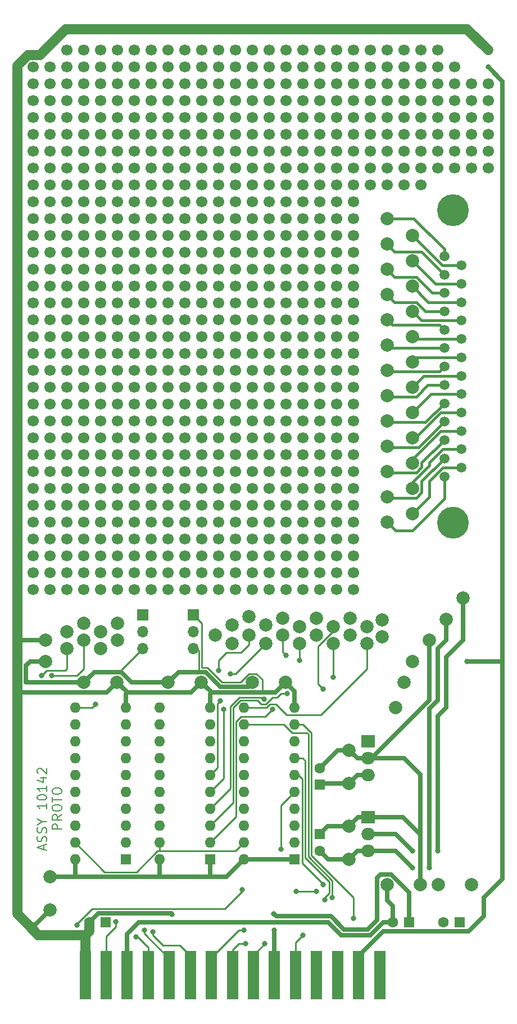
<source format=gtl>
%TF.GenerationSoftware,KiCad,Pcbnew,(6.0.0)*%
%TF.CreationDate,2022-03-13T19:33:12-04:00*%
%TF.ProjectId,Northstar Protoboard,4e6f7274-6873-4746-9172-2050726f746f,rev?*%
%TF.SameCoordinates,Original*%
%TF.FileFunction,Copper,L1,Top*%
%TF.FilePolarity,Positive*%
%FSLAX46Y46*%
G04 Gerber Fmt 4.6, Leading zero omitted, Abs format (unit mm)*
G04 Created by KiCad (PCBNEW (6.0.0)) date 2022-03-13 19:33:12*
%MOMM*%
%LPD*%
G01*
G04 APERTURE LIST*
%ADD10C,0.200000*%
%TA.AperFunction,NonConductor*%
%ADD11C,0.200000*%
%TD*%
%TA.AperFunction,ComponentPad*%
%ADD12C,1.700000*%
%TD*%
%TA.AperFunction,ComponentPad*%
%ADD13C,2.000000*%
%TD*%
%TA.AperFunction,ComponentPad*%
%ADD14R,1.600000X1.600000*%
%TD*%
%TA.AperFunction,ComponentPad*%
%ADD15C,1.600000*%
%TD*%
%TA.AperFunction,ComponentPad*%
%ADD16R,1.700000X1.700000*%
%TD*%
%TA.AperFunction,ComponentPad*%
%ADD17O,1.700000X1.700000*%
%TD*%
%TA.AperFunction,ComponentPad*%
%ADD18R,2.000000X1.905000*%
%TD*%
%TA.AperFunction,ComponentPad*%
%ADD19O,2.000000X1.905000*%
%TD*%
%TA.AperFunction,SMDPad,CuDef*%
%ADD20R,1.700000X7.400000*%
%TD*%
%TA.AperFunction,ComponentPad*%
%ADD21O,1.600000X1.600000*%
%TD*%
%TA.AperFunction,ComponentPad*%
%ADD22C,1.500000*%
%TD*%
%TA.AperFunction,ComponentPad*%
%ADD23C,4.800000*%
%TD*%
%TA.AperFunction,ViaPad*%
%ADD24C,0.800000*%
%TD*%
%TA.AperFunction,Conductor*%
%ADD25C,1.500000*%
%TD*%
%TA.AperFunction,Conductor*%
%ADD26C,0.700000*%
%TD*%
%TA.AperFunction,Conductor*%
%ADD27C,0.250000*%
%TD*%
%TA.AperFunction,Conductor*%
%ADD28C,0.400000*%
%TD*%
G04 APERTURE END LIST*
D10*
D11*
X62606333Y-145833333D02*
X62606333Y-145166666D01*
X63006333Y-145966666D02*
X61606333Y-145500000D01*
X63006333Y-145033333D01*
X62939666Y-144633333D02*
X63006333Y-144433333D01*
X63006333Y-144100000D01*
X62939666Y-143966666D01*
X62873000Y-143900000D01*
X62739666Y-143833333D01*
X62606333Y-143833333D01*
X62473000Y-143900000D01*
X62406333Y-143966666D01*
X62339666Y-144100000D01*
X62273000Y-144366666D01*
X62206333Y-144500000D01*
X62139666Y-144566666D01*
X62006333Y-144633333D01*
X61873000Y-144633333D01*
X61739666Y-144566666D01*
X61673000Y-144500000D01*
X61606333Y-144366666D01*
X61606333Y-144033333D01*
X61673000Y-143833333D01*
X62939666Y-143300000D02*
X63006333Y-143100000D01*
X63006333Y-142766666D01*
X62939666Y-142633333D01*
X62873000Y-142566666D01*
X62739666Y-142500000D01*
X62606333Y-142500000D01*
X62473000Y-142566666D01*
X62406333Y-142633333D01*
X62339666Y-142766666D01*
X62273000Y-143033333D01*
X62206333Y-143166666D01*
X62139666Y-143233333D01*
X62006333Y-143300000D01*
X61873000Y-143300000D01*
X61739666Y-143233333D01*
X61673000Y-143166666D01*
X61606333Y-143033333D01*
X61606333Y-142700000D01*
X61673000Y-142500000D01*
X62339666Y-141633333D02*
X63006333Y-141633333D01*
X61606333Y-142100000D02*
X62339666Y-141633333D01*
X61606333Y-141166666D01*
X63006333Y-138900000D02*
X63006333Y-139700000D01*
X63006333Y-139300000D02*
X61606333Y-139300000D01*
X61806333Y-139433333D01*
X61939666Y-139566666D01*
X62006333Y-139700000D01*
X61606333Y-138033333D02*
X61606333Y-137900000D01*
X61673000Y-137766666D01*
X61739666Y-137700000D01*
X61873000Y-137633333D01*
X62139666Y-137566666D01*
X62473000Y-137566666D01*
X62739666Y-137633333D01*
X62873000Y-137700000D01*
X62939666Y-137766666D01*
X63006333Y-137900000D01*
X63006333Y-138033333D01*
X62939666Y-138166666D01*
X62873000Y-138233333D01*
X62739666Y-138300000D01*
X62473000Y-138366666D01*
X62139666Y-138366666D01*
X61873000Y-138300000D01*
X61739666Y-138233333D01*
X61673000Y-138166666D01*
X61606333Y-138033333D01*
X63006333Y-136233333D02*
X63006333Y-137033333D01*
X63006333Y-136633333D02*
X61606333Y-136633333D01*
X61806333Y-136766666D01*
X61939666Y-136900000D01*
X62006333Y-137033333D01*
X62073000Y-135033333D02*
X63006333Y-135033333D01*
X61539666Y-135366666D02*
X62539666Y-135700000D01*
X62539666Y-134833333D01*
X61739666Y-134366666D02*
X61673000Y-134300000D01*
X61606333Y-134166666D01*
X61606333Y-133833333D01*
X61673000Y-133700000D01*
X61739666Y-133633333D01*
X61873000Y-133566666D01*
X62006333Y-133566666D01*
X62206333Y-133633333D01*
X63006333Y-134433333D01*
X63006333Y-133566666D01*
X65260333Y-142766666D02*
X63860333Y-142766666D01*
X63860333Y-142233333D01*
X63927000Y-142100000D01*
X63993666Y-142033333D01*
X64127000Y-141966666D01*
X64327000Y-141966666D01*
X64460333Y-142033333D01*
X64527000Y-142100000D01*
X64593666Y-142233333D01*
X64593666Y-142766666D01*
X65260333Y-140566666D02*
X64593666Y-141033333D01*
X65260333Y-141366666D02*
X63860333Y-141366666D01*
X63860333Y-140833333D01*
X63927000Y-140700000D01*
X63993666Y-140633333D01*
X64127000Y-140566666D01*
X64327000Y-140566666D01*
X64460333Y-140633333D01*
X64527000Y-140700000D01*
X64593666Y-140833333D01*
X64593666Y-141366666D01*
X63860333Y-139700000D02*
X63860333Y-139433333D01*
X63927000Y-139300000D01*
X64060333Y-139166666D01*
X64327000Y-139100000D01*
X64793666Y-139100000D01*
X65060333Y-139166666D01*
X65193666Y-139300000D01*
X65260333Y-139433333D01*
X65260333Y-139700000D01*
X65193666Y-139833333D01*
X65060333Y-139966666D01*
X64793666Y-140033333D01*
X64327000Y-140033333D01*
X64060333Y-139966666D01*
X63927000Y-139833333D01*
X63860333Y-139700000D01*
X63860333Y-138700000D02*
X63860333Y-137900000D01*
X65260333Y-138300000D02*
X63860333Y-138300000D01*
X63860333Y-137166666D02*
X63860333Y-136900000D01*
X63927000Y-136766666D01*
X64060333Y-136633333D01*
X64327000Y-136566666D01*
X64793666Y-136566666D01*
X65060333Y-136633333D01*
X65193666Y-136766666D01*
X65260333Y-136900000D01*
X65260333Y-137166666D01*
X65193666Y-137300000D01*
X65060333Y-137433333D01*
X64793666Y-137500000D01*
X64327000Y-137500000D01*
X64060333Y-137433333D01*
X63927000Y-137300000D01*
X63860333Y-137166666D01*
D12*
%TO.P,REF\u002A\u002A,1*%
%TO.N,N/C*%
X76200000Y-35560000D03*
%TD*%
%TO.P,REF\u002A\u002A,1*%
%TO.N,N/C*%
X104140000Y-66040000D03*
%TD*%
%TO.P,REF\u002A\u002A,1*%
%TO.N,N/C*%
X104140000Y-73660000D03*
%TD*%
%TO.P,REF\u002A\u002A,1*%
%TO.N,N/C*%
X73660000Y-81280000D03*
%TD*%
%TO.P,REF\u002A\u002A,1*%
%TO.N,N/C*%
X93980000Y-81280000D03*
%TD*%
%TO.P,REF\u002A\u002A,1*%
%TO.N,N/C*%
X63500000Y-71120000D03*
%TD*%
%TO.P,REF\u002A\u002A,1*%
%TO.N,N/C*%
X96520000Y-78740000D03*
%TD*%
%TO.P,REF\u002A\u002A,1*%
%TO.N,N/C*%
X78740000Y-99060000D03*
%TD*%
%TO.P,REF\u002A\u002A,1*%
%TO.N,N/C*%
X76200000Y-104140000D03*
%TD*%
D13*
%TO.P,J6,1,Pin_1*%
%TO.N,Net-(U3-Pad2)*%
X103632000Y-113538000D03*
%TD*%
%TO.P,J41,1,Pin_1*%
%TO.N,Net-(J40-Pad25)*%
X118110000Y-95250000D03*
%TD*%
D12*
%TO.P,REF\u002A\u002A,1*%
%TO.N,N/C*%
X66040000Y-55880000D03*
%TD*%
D13*
%TO.P,J26,1,Pin_1*%
%TO.N,-9V*%
X123190000Y-111125000D03*
%TD*%
D12*
%TO.P,REF\u002A\u002A,1*%
%TO.N,N/C*%
X106680000Y-58420000D03*
%TD*%
%TO.P,REF\u002A\u002A,1*%
%TO.N,N/C*%
X93980000Y-78740000D03*
%TD*%
%TO.P,REF\u002A\u002A,1*%
%TO.N,N/C*%
X91440000Y-43180000D03*
%TD*%
D13*
%TO.P,J28,1,Pin_1*%
%TO.N,Net-(U5-Pad8)*%
X111252000Y-112268000D03*
%TD*%
D12*
%TO.P,REF\u002A\u002A,1*%
%TO.N,N/C*%
X111760000Y-40640000D03*
%TD*%
%TO.P,REF\u002A\u002A,1*%
%TO.N,N/C*%
X93980000Y-33020000D03*
%TD*%
%TO.P,REF\u002A\u002A,1*%
%TO.N,N/C*%
X104140000Y-93980000D03*
%TD*%
%TO.P,REF\u002A\u002A,1*%
%TO.N,N/C*%
X106680000Y-40640000D03*
%TD*%
%TO.P,REF\u002A\u002A,1*%
%TO.N,N/C*%
X119380000Y-45720000D03*
%TD*%
%TO.P,REF\u002A\u002A,1*%
%TO.N,N/C*%
X88900000Y-43180000D03*
%TD*%
D13*
%TO.P,J45,1,Pin_1*%
%TO.N,Net-(J40-Pad23)*%
X118110000Y-87630000D03*
%TD*%
D12*
%TO.P,REF\u002A\u002A,1*%
%TO.N,N/C*%
X116840000Y-35560000D03*
%TD*%
%TO.P,REF\u002A\u002A,1*%
%TO.N,N/C*%
X104140000Y-45720000D03*
%TD*%
%TO.P,REF\u002A\u002A,1*%
%TO.N,N/C*%
X96520000Y-30480000D03*
%TD*%
D13*
%TO.P,J12,1,Pin_1*%
%TO.N,Net-(U3-Pad6)*%
X93472000Y-113538000D03*
%TD*%
D12*
%TO.P,REF\u002A\u002A,1*%
%TO.N,N/C*%
X66040000Y-60960000D03*
%TD*%
%TO.P,REF\u002A\u002A,1*%
%TO.N,N/C*%
X63500000Y-88900000D03*
%TD*%
%TO.P,REF\u002A\u002A,1*%
%TO.N,N/C*%
X109220000Y-73660000D03*
%TD*%
%TO.P,REF\u002A\u002A,1*%
%TO.N,N/C*%
X86360000Y-50800000D03*
%TD*%
%TO.P,REF\u002A\u002A,1*%
%TO.N,N/C*%
X63500000Y-78740000D03*
%TD*%
%TO.P,REF\u002A\u002A,1*%
%TO.N,N/C*%
X63500000Y-38100000D03*
%TD*%
%TO.P,REF\u002A\u002A,1*%
%TO.N,N/C*%
X111760000Y-33020000D03*
%TD*%
%TO.P,REF\u002A\u002A,1*%
%TO.N,N/C*%
X114300000Y-45720000D03*
%TD*%
%TO.P,REF\u002A\u002A,1*%
%TO.N,N/C*%
X124460000Y-30480000D03*
%TD*%
%TO.P,REF\u002A\u002A,1*%
%TO.N,N/C*%
X83820000Y-27940000D03*
%TD*%
%TO.P,REF\u002A\u002A,1*%
%TO.N,N/C*%
X127000000Y-43180000D03*
%TD*%
%TO.P,REF\u002A\u002A,1*%
%TO.N,N/C*%
X109220000Y-43180000D03*
%TD*%
%TO.P,REF\u002A\u002A,1*%
%TO.N,N/C*%
X76200000Y-58420000D03*
%TD*%
%TO.P,REF\u002A\u002A,1*%
%TO.N,N/C*%
X88900000Y-78740000D03*
%TD*%
%TO.P,REF\u002A\u002A,1*%
%TO.N,N/C*%
X91440000Y-60960000D03*
%TD*%
%TO.P,REF\u002A\u002A,1*%
%TO.N,N/C*%
X104140000Y-43180000D03*
%TD*%
%TO.P,REF\u002A\u002A,1*%
%TO.N,N/C*%
X88900000Y-76200000D03*
%TD*%
%TO.P,REF\u002A\u002A,1*%
%TO.N,N/C*%
X101600000Y-86360000D03*
%TD*%
%TO.P,REF\u002A\u002A,1*%
%TO.N,N/C*%
X60960000Y-76200000D03*
%TD*%
%TO.P,REF\u002A\u002A,1*%
%TO.N,N/C*%
X111760000Y-25400000D03*
%TD*%
%TO.P,REF\u002A\u002A,1*%
%TO.N,N/C*%
X63500000Y-96520000D03*
%TD*%
%TO.P,REF\u002A\u002A,1*%
%TO.N,N/C*%
X73660000Y-96520000D03*
%TD*%
%TO.P,REF\u002A\u002A,1*%
%TO.N,N/C*%
X99060000Y-25400000D03*
%TD*%
%TO.P,REF\u002A\u002A,1*%
%TO.N,N/C*%
X88900000Y-99060000D03*
%TD*%
%TO.P,REF\u002A\u002A,1*%
%TO.N,N/C*%
X60960000Y-88900000D03*
%TD*%
%TO.P,REF\u002A\u002A,1*%
%TO.N,N/C*%
X63500000Y-45720000D03*
%TD*%
%TO.P,REF\u002A\u002A,1*%
%TO.N,N/C*%
X104140000Y-55880000D03*
%TD*%
%TO.P,REF\u002A\u002A,1*%
%TO.N,N/C*%
X76200000Y-63500000D03*
%TD*%
%TO.P,REF\u002A\u002A,1*%
%TO.N,N/C*%
X68580000Y-76200000D03*
%TD*%
%TO.P,REF\u002A\u002A,1*%
%TO.N,N/C*%
X86360000Y-55880000D03*
%TD*%
%TO.P,REF\u002A\u002A,1*%
%TO.N,N/C*%
X106680000Y-76200000D03*
%TD*%
%TO.P,REF\u002A\u002A,1*%
%TO.N,N/C*%
X93980000Y-50800000D03*
%TD*%
D13*
%TO.P,J3,1,Pin_1*%
%TO.N,+5V*%
X62865000Y-117475000D03*
%TD*%
D12*
%TO.P,REF\u002A\u002A,1*%
%TO.N,N/C*%
X109220000Y-71120000D03*
%TD*%
%TO.P,REF\u002A\u002A,1*%
%TO.N,N/C*%
X119380000Y-27940000D03*
%TD*%
%TO.P,REF\u002A\u002A,1*%
%TO.N,N/C*%
X76200000Y-53340000D03*
%TD*%
%TO.P,REF\u002A\u002A,1*%
%TO.N,N/C*%
X76200000Y-48260000D03*
%TD*%
%TO.P,REF\u002A\u002A,1*%
%TO.N,N/C*%
X88900000Y-96520000D03*
%TD*%
%TO.P,REF\u002A\u002A,1*%
%TO.N,N/C*%
X106680000Y-33020000D03*
%TD*%
%TO.P,REF\u002A\u002A,1*%
%TO.N,N/C*%
X66040000Y-101600000D03*
%TD*%
%TO.P,REF\u002A\u002A,1*%
%TO.N,N/C*%
X99060000Y-33020000D03*
%TD*%
%TO.P,REF\u002A\u002A,1*%
%TO.N,N/C*%
X60960000Y-96520000D03*
%TD*%
%TO.P,REF\u002A\u002A,1*%
%TO.N,N/C*%
X96520000Y-101600000D03*
%TD*%
%TO.P,REF\u002A\u002A,1*%
%TO.N,N/C*%
X104140000Y-35560000D03*
%TD*%
%TO.P,REF\u002A\u002A,1*%
%TO.N,N/C*%
X111760000Y-45720000D03*
%TD*%
%TO.P,REF\u002A\u002A,1*%
%TO.N,N/C*%
X60960000Y-71120000D03*
%TD*%
%TO.P,REF\u002A\u002A,1*%
%TO.N,N/C*%
X78740000Y-48260000D03*
%TD*%
%TO.P,REF\u002A\u002A,1*%
%TO.N,N/C*%
X96520000Y-96520000D03*
%TD*%
%TO.P,REF\u002A\u002A,1*%
%TO.N,N/C*%
X68580000Y-83820000D03*
%TD*%
%TO.P,REF\u002A\u002A,1*%
%TO.N,N/C*%
X106680000Y-86360000D03*
%TD*%
%TO.P,REF\u002A\u002A,1*%
%TO.N,N/C*%
X66040000Y-33020000D03*
%TD*%
%TO.P,REF\u002A\u002A,1*%
%TO.N,N/C*%
X119380000Y-30480000D03*
%TD*%
%TO.P,REF\u002A\u002A,1*%
%TO.N,N/C*%
X104140000Y-71120000D03*
%TD*%
%TO.P,REF\u002A\u002A,1*%
%TO.N,N/C*%
X121920000Y-30480000D03*
%TD*%
%TO.P,REF\u002A\u002A,1*%
%TO.N,N/C*%
X71120000Y-58420000D03*
%TD*%
%TO.P,REF\u002A\u002A,1*%
%TO.N,N/C*%
X60960000Y-30480000D03*
%TD*%
%TO.P,REF\u002A\u002A,1*%
%TO.N,N/C*%
X63500000Y-63500000D03*
%TD*%
%TO.P,REF\u002A\u002A,1*%
%TO.N,N/C*%
X93980000Y-43180000D03*
%TD*%
%TO.P,REF\u002A\u002A,1*%
%TO.N,N/C*%
X73660000Y-33020000D03*
%TD*%
%TO.P,REF\u002A\u002A,1*%
%TO.N,N/C*%
X63500000Y-33020000D03*
%TD*%
%TO.P,REF\u002A\u002A,1*%
%TO.N,N/C*%
X83820000Y-55880000D03*
%TD*%
%TO.P,REF\u002A\u002A,1*%
%TO.N,N/C*%
X66040000Y-88900000D03*
%TD*%
%TO.P,REF\u002A\u002A,1*%
%TO.N,N/C*%
X76200000Y-93980000D03*
%TD*%
%TO.P,REF\u002A\u002A,1*%
%TO.N,N/C*%
X101600000Y-91440000D03*
%TD*%
%TO.P,REF\u002A\u002A,1*%
%TO.N,N/C*%
X88900000Y-106680000D03*
%TD*%
%TO.P,REF\u002A\u002A,1*%
%TO.N,N/C*%
X71120000Y-35560000D03*
%TD*%
%TO.P,REF\u002A\u002A,1*%
%TO.N,N/C*%
X101600000Y-48260000D03*
%TD*%
%TO.P,REF\u002A\u002A,1*%
%TO.N,N/C*%
X76200000Y-25400000D03*
%TD*%
%TO.P,REF\u002A\u002A,1*%
%TO.N,N/C*%
X78740000Y-30480000D03*
%TD*%
%TO.P,REF\u002A\u002A,1*%
%TO.N,N/C*%
X121920000Y-38100000D03*
%TD*%
%TO.P,REF\u002A\u002A,1*%
%TO.N,N/C*%
X111760000Y-30480000D03*
%TD*%
%TO.P,REF\u002A\u002A,1*%
%TO.N,N/C*%
X129540000Y-30480000D03*
%TD*%
%TO.P,REF\u002A\u002A,1*%
%TO.N,N/C*%
X93980000Y-25400000D03*
%TD*%
%TO.P,REF\u002A\u002A,1*%
%TO.N,N/C*%
X66040000Y-63500000D03*
%TD*%
%TO.P,REF\u002A\u002A,1*%
%TO.N,N/C*%
X76200000Y-91440000D03*
%TD*%
%TO.P,REF\u002A\u002A,1*%
%TO.N,N/C*%
X71120000Y-45720000D03*
%TD*%
D13*
%TO.P,J58,1,Pin_1*%
%TO.N,Net-(J40-Pad4)*%
X114300000Y-62230000D03*
%TD*%
D12*
%TO.P,REF\u002A\u002A,1*%
%TO.N,N/C*%
X78740000Y-86360000D03*
%TD*%
%TO.P,REF\u002A\u002A,1*%
%TO.N,N/C*%
X81280000Y-78740000D03*
%TD*%
%TO.P,REF\u002A\u002A,1*%
%TO.N,N/C*%
X76200000Y-27940000D03*
%TD*%
%TO.P,REF\u002A\u002A,1*%
%TO.N,N/C*%
X71120000Y-63500000D03*
%TD*%
%TO.P,REF\u002A\u002A,1*%
%TO.N,N/C*%
X88900000Y-60960000D03*
%TD*%
%TO.P,REF\u002A\u002A,1*%
%TO.N,N/C*%
X116840000Y-43180000D03*
%TD*%
%TO.P,REF\u002A\u002A,1*%
%TO.N,N/C*%
X99060000Y-73660000D03*
%TD*%
%TO.P,REF\u002A\u002A,1*%
%TO.N,N/C*%
X114300000Y-38100000D03*
%TD*%
%TO.P,REF\u002A\u002A,1*%
%TO.N,N/C*%
X86360000Y-35560000D03*
%TD*%
%TO.P,REF\u002A\u002A,1*%
%TO.N,N/C*%
X104140000Y-83820000D03*
%TD*%
%TO.P,REF\u002A\u002A,1*%
%TO.N,N/C*%
X127000000Y-38100000D03*
%TD*%
%TO.P,REF\u002A\u002A,1*%
%TO.N,N/C*%
X121920000Y-27940000D03*
%TD*%
%TO.P,REF\u002A\u002A,1*%
%TO.N,N/C*%
X91440000Y-91440000D03*
%TD*%
%TO.P,REF\u002A\u002A,1*%
%TO.N,N/C*%
X68580000Y-30480000D03*
%TD*%
%TO.P,REF\u002A\u002A,1*%
%TO.N,N/C*%
X93980000Y-27940000D03*
%TD*%
%TO.P,REF\u002A\u002A,1*%
%TO.N,N/C*%
X106680000Y-30480000D03*
%TD*%
%TO.P,REF\u002A\u002A,1*%
%TO.N,N/C*%
X101600000Y-35560000D03*
%TD*%
%TO.P,REF\u002A\u002A,1*%
%TO.N,N/C*%
X88900000Y-40640000D03*
%TD*%
%TO.P,REF\u002A\u002A,1*%
%TO.N,N/C*%
X86360000Y-27940000D03*
%TD*%
%TO.P,REF\u002A\u002A,1*%
%TO.N,N/C*%
X104140000Y-27940000D03*
%TD*%
%TO.P,REF\u002A\u002A,1*%
%TO.N,N/C*%
X106680000Y-81280000D03*
%TD*%
%TO.P,REF\u002A\u002A,1*%
%TO.N,N/C*%
X68580000Y-66040000D03*
%TD*%
%TO.P,REF\u002A\u002A,1*%
%TO.N,N/C*%
X83820000Y-25400000D03*
%TD*%
%TO.P,REF\u002A\u002A,1*%
%TO.N,N/C*%
X104140000Y-106680000D03*
%TD*%
%TO.P,REF\u002A\u002A,1*%
%TO.N,N/C*%
X63500000Y-68580000D03*
%TD*%
%TO.P,REF\u002A\u002A,1*%
%TO.N,N/C*%
X71120000Y-76200000D03*
%TD*%
%TO.P,REF\u002A\u002A,1*%
%TO.N,N/C*%
X109220000Y-86360000D03*
%TD*%
%TO.P,REF\u002A\u002A,1*%
%TO.N,N/C*%
X106680000Y-78740000D03*
%TD*%
%TO.P,REF\u002A\u002A,1*%
%TO.N,N/C*%
X60960000Y-50800000D03*
%TD*%
%TO.P,REF\u002A\u002A,1*%
%TO.N,N/C*%
X81280000Y-71120000D03*
%TD*%
%TO.P,REF\u002A\u002A,1*%
%TO.N,N/C*%
X88900000Y-30480000D03*
%TD*%
%TO.P,REF\u002A\u002A,1*%
%TO.N,N/C*%
X91440000Y-66040000D03*
%TD*%
%TO.P,REF\u002A\u002A,1*%
%TO.N,N/C*%
X96520000Y-35560000D03*
%TD*%
%TO.P,REF\u002A\u002A,1*%
%TO.N,N/C*%
X91440000Y-83820000D03*
%TD*%
%TO.P,REF\u002A\u002A,1*%
%TO.N,N/C*%
X101600000Y-45720000D03*
%TD*%
%TO.P,REF\u002A\u002A,1*%
%TO.N,N/C*%
X86360000Y-45720000D03*
%TD*%
%TO.P,REF\u002A\u002A,1*%
%TO.N,N/C*%
X83820000Y-63500000D03*
%TD*%
%TO.P,REF\u002A\u002A,1*%
%TO.N,N/C*%
X101600000Y-38100000D03*
%TD*%
%TO.P,REF\u002A\u002A,1*%
%TO.N,N/C*%
X81280000Y-58420000D03*
%TD*%
%TO.P,REF\u002A\u002A,1*%
%TO.N,N/C*%
X109220000Y-58420000D03*
%TD*%
%TO.P,REF\u002A\u002A,1*%
%TO.N,N/C*%
X104140000Y-50800000D03*
%TD*%
%TO.P,REF\u002A\u002A,1*%
%TO.N,N/C*%
X101600000Y-66040000D03*
%TD*%
%TO.P,REF\u002A\u002A,1*%
%TO.N,N/C*%
X81280000Y-33020000D03*
%TD*%
%TO.P,REF\u002A\u002A,1*%
%TO.N,N/C*%
X76200000Y-106680000D03*
%TD*%
%TO.P,REF\u002A\u002A,1*%
%TO.N,N/C*%
X78740000Y-50800000D03*
%TD*%
%TO.P,REF\u002A\u002A,1*%
%TO.N,N/C*%
X78740000Y-76200000D03*
%TD*%
%TO.P,REF\u002A\u002A,1*%
%TO.N,N/C*%
X78740000Y-38100000D03*
%TD*%
%TO.P,REF\u002A\u002A,1*%
%TO.N,N/C*%
X106680000Y-45720000D03*
%TD*%
%TO.P,REF\u002A\u002A,1*%
%TO.N,N/C*%
X86360000Y-66040000D03*
%TD*%
%TO.P,REF\u002A\u002A,1*%
%TO.N,N/C*%
X83820000Y-40640000D03*
%TD*%
D13*
%TO.P,J37,1,Pin_1*%
%TO.N,Net-(U5-Pad13)*%
X108712000Y-110998000D03*
%TD*%
D12*
%TO.P,REF\u002A\u002A,1*%
%TO.N,N/C*%
X88900000Y-104140000D03*
%TD*%
%TO.P,REF\u002A\u002A,1*%
%TO.N,N/C*%
X99060000Y-45720000D03*
%TD*%
%TO.P,REF\u002A\u002A,1*%
%TO.N,N/C*%
X127000000Y-40640000D03*
%TD*%
%TO.P,REF\u002A\u002A,1*%
%TO.N,N/C*%
X68580000Y-48260000D03*
%TD*%
%TO.P,REF\u002A\u002A,1*%
%TO.N,N/C*%
X83820000Y-81280000D03*
%TD*%
%TO.P,REF\u002A\u002A,1*%
%TO.N,N/C*%
X78740000Y-106680000D03*
%TD*%
%TO.P,REF\u002A\u002A,1*%
%TO.N,N/C*%
X101600000Y-60960000D03*
%TD*%
%TO.P,REF\u002A\u002A,1*%
%TO.N,N/C*%
X66040000Y-73660000D03*
%TD*%
%TO.P,REF\u002A\u002A,1*%
%TO.N,N/C*%
X83820000Y-48260000D03*
%TD*%
%TO.P,REF\u002A\u002A,1*%
%TO.N,N/C*%
X86360000Y-76200000D03*
%TD*%
%TO.P,REF\u002A\u002A,1*%
%TO.N,N/C*%
X114300000Y-35560000D03*
%TD*%
D13*
%TO.P,J52,1,Pin_1*%
%TO.N,Net-(J40-Pad7)*%
X114300000Y-73660000D03*
%TD*%
D14*
%TO.P,C8,1*%
%TO.N,GND*%
X104140000Y-143510000D03*
D15*
%TO.P,C8,2*%
%TO.N,-9V*%
X104140000Y-146010000D03*
%TD*%
D12*
%TO.P,REF\u002A\u002A,1*%
%TO.N,N/C*%
X93980000Y-55880000D03*
%TD*%
%TO.P,REF\u002A\u002A,1*%
%TO.N,N/C*%
X66040000Y-104140000D03*
%TD*%
D13*
%TO.P,J29,1,Pin_1*%
%TO.N,Net-(U3-Pad17)*%
X101130002Y-112268000D03*
%TD*%
D12*
%TO.P,REF\u002A\u002A,1*%
%TO.N,N/C*%
X68580000Y-71120000D03*
%TD*%
D13*
%TO.P,C5,1*%
%TO.N,+12V*%
X127000000Y-151130000D03*
%TO.P,C5,2*%
%TO.N,GND*%
X122000000Y-151130000D03*
%TD*%
D12*
%TO.P,REF\u002A\u002A,1*%
%TO.N,N/C*%
X83820000Y-58420000D03*
%TD*%
%TO.P,REF\u002A\u002A,1*%
%TO.N,N/C*%
X86360000Y-63500000D03*
%TD*%
%TO.P,REF\u002A\u002A,1*%
%TO.N,N/C*%
X96520000Y-86360000D03*
%TD*%
D13*
%TO.P,C13,1*%
%TO.N,+5V*%
X94020000Y-120650000D03*
%TO.P,C13,2*%
%TO.N,GND*%
X99020000Y-120650000D03*
%TD*%
D12*
%TO.P,REF\u002A\u002A,1*%
%TO.N,N/C*%
X78740000Y-81280000D03*
%TD*%
%TO.P,REF\u002A\u002A,1*%
%TO.N,N/C*%
X124460000Y-40640000D03*
%TD*%
%TO.P,REF\u002A\u002A,1*%
%TO.N,N/C*%
X129540000Y-35560000D03*
%TD*%
%TO.P,REF\u002A\u002A,1*%
%TO.N,N/C*%
X104140000Y-63500000D03*
%TD*%
%TO.P,REF\u002A\u002A,1*%
%TO.N,N/C*%
X91440000Y-78740000D03*
%TD*%
%TO.P,REF\u002A\u002A,1*%
%TO.N,N/C*%
X73660000Y-38100000D03*
%TD*%
%TO.P,REF\u002A\u002A,1*%
%TO.N,N/C*%
X99060000Y-53340000D03*
%TD*%
D13*
%TO.P,J4,1,Pin_1*%
%TO.N,GND*%
X120650000Y-114300000D03*
%TD*%
D12*
%TO.P,REF\u002A\u002A,1*%
%TO.N,N/C*%
X63500000Y-53340000D03*
%TD*%
%TO.P,REF\u002A\u002A,1*%
%TO.N,N/C*%
X116840000Y-33020000D03*
%TD*%
%TO.P,REF\u002A\u002A,1*%
%TO.N,N/C*%
X101600000Y-96520000D03*
%TD*%
%TO.P,REF\u002A\u002A,1*%
%TO.N,N/C*%
X86360000Y-58420000D03*
%TD*%
%TO.P,REF\u002A\u002A,1*%
%TO.N,N/C*%
X86360000Y-60960000D03*
%TD*%
%TO.P,REF\u002A\u002A,1*%
%TO.N,N/C*%
X66040000Y-99060000D03*
%TD*%
D13*
%TO.P,J25,1,Pin_1*%
%TO.N,+9V*%
X116840000Y-120650000D03*
%TD*%
D12*
%TO.P,REF\u002A\u002A,1*%
%TO.N,N/C*%
X86360000Y-101600000D03*
%TD*%
%TO.P,REF\u002A\u002A,1*%
%TO.N,N/C*%
X68580000Y-35560000D03*
%TD*%
%TO.P,REF\u002A\u002A,1*%
%TO.N,N/C*%
X96520000Y-48260000D03*
%TD*%
%TO.P,REF\u002A\u002A,1*%
%TO.N,N/C*%
X109220000Y-66040000D03*
%TD*%
%TO.P,REF\u002A\u002A,1*%
%TO.N,N/C*%
X68580000Y-88900000D03*
%TD*%
%TO.P,REF\u002A\u002A,1*%
%TO.N,N/C*%
X93980000Y-40640000D03*
%TD*%
%TO.P,REF\u002A\u002A,1*%
%TO.N,N/C*%
X91440000Y-63500000D03*
%TD*%
%TO.P,REF\u002A\u002A,1*%
%TO.N,N/C*%
X93980000Y-60960000D03*
%TD*%
%TO.P,REF\u002A\u002A,1*%
%TO.N,N/C*%
X91440000Y-27940000D03*
%TD*%
%TO.P,REF\u002A\u002A,1*%
%TO.N,N/C*%
X101600000Y-71120000D03*
%TD*%
%TO.P,REF\u002A\u002A,1*%
%TO.N,N/C*%
X71120000Y-27940000D03*
%TD*%
%TO.P,REF\u002A\u002A,1*%
%TO.N,N/C*%
X106680000Y-50800000D03*
%TD*%
%TO.P,REF\u002A\u002A,1*%
%TO.N,N/C*%
X71120000Y-68580000D03*
%TD*%
%TO.P,REF\u002A\u002A,1*%
%TO.N,N/C*%
X101600000Y-106680000D03*
%TD*%
%TO.P,REF\u002A\u002A,1*%
%TO.N,N/C*%
X93980000Y-83820000D03*
%TD*%
%TO.P,REF\u002A\u002A,1*%
%TO.N,N/C*%
X106680000Y-27940000D03*
%TD*%
D16*
%TO.P,J27,1,Pin_1*%
%TO.N,GND*%
X77470000Y-110490000D03*
D17*
%TO.P,J27,2,Pin_2*%
%TO.N,Net-(J27-Pad2)*%
X77470000Y-113030000D03*
%TO.P,J27,3,Pin_3*%
%TO.N,+5V*%
X77470000Y-115570000D03*
%TD*%
D12*
%TO.P,REF\u002A\u002A,1*%
%TO.N,N/C*%
X93980000Y-101600000D03*
%TD*%
%TO.P,REF\u002A\u002A,1*%
%TO.N,N/C*%
X91440000Y-38100000D03*
%TD*%
%TO.P,REF\u002A\u002A,1*%
%TO.N,N/C*%
X96520000Y-76200000D03*
%TD*%
D13*
%TO.P,J35,1,Pin_1*%
%TO.N,Net-(U5-Pad15)*%
X106172000Y-114808000D03*
%TD*%
D12*
%TO.P,REF\u002A\u002A,1*%
%TO.N,N/C*%
X73660000Y-30480000D03*
%TD*%
%TO.P,REF\u002A\u002A,1*%
%TO.N,N/C*%
X109220000Y-25400000D03*
%TD*%
%TO.P,REF\u002A\u002A,1*%
%TO.N,N/C*%
X109220000Y-63500000D03*
%TD*%
%TO.P,REF\u002A\u002A,1*%
%TO.N,N/C*%
X66040000Y-50800000D03*
%TD*%
%TO.P,REF\u002A\u002A,1*%
%TO.N,N/C*%
X109220000Y-38100000D03*
%TD*%
%TO.P,REF\u002A\u002A,1*%
%TO.N,N/C*%
X78740000Y-78740000D03*
%TD*%
%TO.P,REF\u002A\u002A,1*%
%TO.N,N/C*%
X60960000Y-60960000D03*
%TD*%
D13*
%TO.P,J47,1,Pin_1*%
%TO.N,Net-(J40-Pad22)*%
X118110000Y-83820000D03*
%TD*%
D12*
%TO.P,REF\u002A\u002A,1*%
%TO.N,N/C*%
X96520000Y-88900000D03*
%TD*%
%TO.P,REF\u002A\u002A,1*%
%TO.N,N/C*%
X101600000Y-104140000D03*
%TD*%
%TO.P,REF\u002A\u002A,1*%
%TO.N,N/C*%
X71120000Y-50800000D03*
%TD*%
%TO.P,REF\u002A\u002A,1*%
%TO.N,N/C*%
X78740000Y-33020000D03*
%TD*%
%TO.P,REF\u002A\u002A,1*%
%TO.N,N/C*%
X116840000Y-25400000D03*
%TD*%
%TO.P,REF\u002A\u002A,1*%
%TO.N,N/C*%
X109220000Y-93980000D03*
%TD*%
%TO.P,REF\u002A\u002A,1*%
%TO.N,N/C*%
X78740000Y-58420000D03*
%TD*%
%TO.P,REF\u002A\u002A,1*%
%TO.N,N/C*%
X71120000Y-93980000D03*
%TD*%
%TO.P,REF\u002A\u002A,1*%
%TO.N,N/C*%
X83820000Y-91440000D03*
%TD*%
%TO.P,REF\u002A\u002A,1*%
%TO.N,N/C*%
X60960000Y-83820000D03*
%TD*%
%TO.P,REF\u002A\u002A,1*%
%TO.N,N/C*%
X106680000Y-91440000D03*
%TD*%
%TO.P,REF\u002A\u002A,1*%
%TO.N,N/C*%
X76200000Y-66040000D03*
%TD*%
%TO.P,REF\u002A\u002A,1*%
%TO.N,N/C*%
X73660000Y-53340000D03*
%TD*%
D13*
%TO.P,C4,1*%
%TO.N,+5V*%
X63500000Y-149900000D03*
%TO.P,C4,2*%
%TO.N,GND*%
X63500000Y-154900000D03*
%TD*%
D14*
%TO.P,C2,1*%
%TO.N,+12V*%
X125262000Y-156796000D03*
D15*
%TO.P,C2,2*%
%TO.N,GND*%
X122762000Y-156796000D03*
%TD*%
D12*
%TO.P,REF\u002A\u002A,1*%
%TO.N,N/C*%
X60960000Y-33020000D03*
%TD*%
%TO.P,REF\u002A\u002A,1*%
%TO.N,N/C*%
X68580000Y-40640000D03*
%TD*%
%TO.P,REF\u002A\u002A,1*%
%TO.N,N/C*%
X66040000Y-106680000D03*
%TD*%
%TO.P,REF\u002A\u002A,1*%
%TO.N,N/C*%
X86360000Y-43180000D03*
%TD*%
%TO.P,REF\u002A\u002A,1*%
%TO.N,N/C*%
X71120000Y-55880000D03*
%TD*%
%TO.P,REF\u002A\u002A,1*%
%TO.N,N/C*%
X101600000Y-27940000D03*
%TD*%
D13*
%TO.P,J39,1,Pin_1*%
%TO.N,Net-(J40-Pad13)*%
X114300000Y-96520000D03*
%TD*%
D12*
%TO.P,REF\u002A\u002A,1*%
%TO.N,N/C*%
X106680000Y-63500000D03*
%TD*%
D13*
%TO.P,J55,1,Pin_1*%
%TO.N,Net-(J40-Pad18)*%
X118110000Y-68580000D03*
%TD*%
%TO.P,J2,1,Pin_1*%
%TO.N,+12V*%
X115570000Y-124460000D03*
%TD*%
%TO.P,J56,1,Pin_1*%
%TO.N,Net-(J40-Pad5)*%
X114300000Y-66040000D03*
%TD*%
D12*
%TO.P,REF\u002A\u002A,1*%
%TO.N,N/C*%
X71120000Y-25400000D03*
%TD*%
%TO.P,REF\u002A\u002A,1*%
%TO.N,N/C*%
X99060000Y-27940000D03*
%TD*%
%TO.P,REF\u002A\u002A,1*%
%TO.N,N/C*%
X76200000Y-101600000D03*
%TD*%
%TO.P,REF\u002A\u002A,1*%
%TO.N,N/C*%
X91440000Y-73660000D03*
%TD*%
%TO.P,REF\u002A\u002A,1*%
%TO.N,N/C*%
X81280000Y-81280000D03*
%TD*%
%TO.P,REF\u002A\u002A,1*%
%TO.N,N/C*%
X63500000Y-76200000D03*
%TD*%
%TO.P,REF\u002A\u002A,1*%
%TO.N,N/C*%
X101600000Y-78740000D03*
%TD*%
%TO.P,REF\u002A\u002A,1*%
%TO.N,N/C*%
X96520000Y-25400000D03*
%TD*%
%TO.P,REF\u002A\u002A,1*%
%TO.N,N/C*%
X71120000Y-81280000D03*
%TD*%
%TO.P,REF\u002A\u002A,1*%
%TO.N,N/C*%
X104140000Y-88900000D03*
%TD*%
%TO.P,REF\u002A\u002A,1*%
%TO.N,N/C*%
X109220000Y-27940000D03*
%TD*%
%TO.P,REF\u002A\u002A,1*%
%TO.N,N/C*%
X88900000Y-68580000D03*
%TD*%
%TO.P,REF\u002A\u002A,1*%
%TO.N,N/C*%
X93980000Y-66040000D03*
%TD*%
%TO.P,REF\u002A\u002A,1*%
%TO.N,N/C*%
X127000000Y-33020000D03*
%TD*%
%TO.P,REF\u002A\u002A,1*%
%TO.N,N/C*%
X109220000Y-68580000D03*
%TD*%
%TO.P,REF\u002A\u002A,1*%
%TO.N,N/C*%
X119380000Y-38100000D03*
%TD*%
D13*
%TO.P,J30,1,Pin_1*%
%TO.N,Net-(U3-Pad15)*%
X96012000Y-112014000D03*
%TD*%
D12*
%TO.P,REF\u002A\u002A,1*%
%TO.N,N/C*%
X124460000Y-27940000D03*
%TD*%
%TO.P,REF\u002A\u002A,1*%
%TO.N,N/C*%
X104140000Y-30480000D03*
%TD*%
%TO.P,REF\u002A\u002A,1*%
%TO.N,N/C*%
X66040000Y-40640000D03*
%TD*%
%TO.P,REF\u002A\u002A,1*%
%TO.N,N/C*%
X68580000Y-101600000D03*
%TD*%
%TO.P,REF\u002A\u002A,1*%
%TO.N,N/C*%
X114300000Y-30480000D03*
%TD*%
%TO.P,REF\u002A\u002A,1*%
%TO.N,N/C*%
X86360000Y-40640000D03*
%TD*%
%TO.P,REF\u002A\u002A,1*%
%TO.N,N/C*%
X109220000Y-45720000D03*
%TD*%
%TO.P,REF\u002A\u002A,1*%
%TO.N,N/C*%
X71120000Y-33020000D03*
%TD*%
%TO.P,REF\u002A\u002A,1*%
%TO.N,N/C*%
X68580000Y-73660000D03*
%TD*%
%TO.P,REF\u002A\u002A,1*%
%TO.N,N/C*%
X81280000Y-50800000D03*
%TD*%
%TO.P,REF\u002A\u002A,1*%
%TO.N,N/C*%
X66040000Y-68580000D03*
%TD*%
%TO.P,REF\u002A\u002A,1*%
%TO.N,N/C*%
X96520000Y-60960000D03*
%TD*%
%TO.P,REF\u002A\u002A,1*%
%TO.N,N/C*%
X73660000Y-45720000D03*
%TD*%
%TO.P,REF\u002A\u002A,1*%
%TO.N,N/C*%
X78740000Y-68580000D03*
%TD*%
D13*
%TO.P,C6,1*%
%TO.N,-12V*%
X114300000Y-151130000D03*
%TO.P,C6,2*%
%TO.N,GND*%
X119300000Y-151130000D03*
%TD*%
D12*
%TO.P,REF\u002A\u002A,1*%
%TO.N,N/C*%
X91440000Y-25400000D03*
%TD*%
%TO.P,REF\u002A\u002A,1*%
%TO.N,N/C*%
X83820000Y-35560000D03*
%TD*%
%TO.P,REF\u002A\u002A,1*%
%TO.N,N/C*%
X73660000Y-58420000D03*
%TD*%
%TO.P,REF\u002A\u002A,1*%
%TO.N,N/C*%
X71120000Y-43180000D03*
%TD*%
D13*
%TO.P,J9,1,Pin_1*%
%TO.N,Net-(U5-Pad17)*%
X113576002Y-113792000D03*
%TD*%
D12*
%TO.P,REF\u002A\u002A,1*%
%TO.N,N/C*%
X124460000Y-35560000D03*
%TD*%
%TO.P,REF\u002A\u002A,1*%
%TO.N,N/C*%
X68580000Y-99060000D03*
%TD*%
%TO.P,REF\u002A\u002A,1*%
%TO.N,N/C*%
X129540000Y-43180000D03*
%TD*%
%TO.P,REF\u002A\u002A,1*%
%TO.N,N/C*%
X63500000Y-40640000D03*
%TD*%
%TO.P,REF\u002A\u002A,1*%
%TO.N,N/C*%
X91440000Y-71120000D03*
%TD*%
%TO.P,REF\u002A\u002A,1*%
%TO.N,N/C*%
X60960000Y-45720000D03*
%TD*%
%TO.P,REF\u002A\u002A,1*%
%TO.N,N/C*%
X83820000Y-43180000D03*
%TD*%
%TO.P,REF\u002A\u002A,1*%
%TO.N,N/C*%
X91440000Y-33020000D03*
%TD*%
%TO.P,REF\u002A\u002A,1*%
%TO.N,N/C*%
X96520000Y-66040000D03*
%TD*%
%TO.P,REF\u002A\u002A,1*%
%TO.N,N/C*%
X71120000Y-78740000D03*
%TD*%
%TO.P,REF\u002A\u002A,1*%
%TO.N,N/C*%
X86360000Y-53340000D03*
%TD*%
%TO.P,REF\u002A\u002A,1*%
%TO.N,N/C*%
X81280000Y-76200000D03*
%TD*%
%TO.P,REF\u002A\u002A,1*%
%TO.N,N/C*%
X101600000Y-101600000D03*
%TD*%
%TO.P,REF\u002A\u002A,1*%
%TO.N,N/C*%
X73660000Y-40640000D03*
%TD*%
%TO.P,REF\u002A\u002A,1*%
%TO.N,N/C*%
X63500000Y-99060000D03*
%TD*%
%TO.P,REF\u002A\u002A,1*%
%TO.N,N/C*%
X104140000Y-91440000D03*
%TD*%
%TO.P,REF\u002A\u002A,1*%
%TO.N,N/C*%
X81280000Y-53340000D03*
%TD*%
D13*
%TO.P,J21,1,Pin_1*%
%TO.N,Net-(U4-Pad14)*%
X71120000Y-115570000D03*
%TD*%
D12*
%TO.P,REF\u002A\u002A,1*%
%TO.N,N/C*%
X93980000Y-48260000D03*
%TD*%
D14*
%TO.P,C1,1*%
%TO.N,GND*%
X117642000Y-156796000D03*
D15*
%TO.P,C1,2*%
%TO.N,-12V*%
X115142000Y-156796000D03*
%TD*%
D12*
%TO.P,REF\u002A\u002A,1*%
%TO.N,N/C*%
X66040000Y-27940000D03*
%TD*%
D13*
%TO.P,J63,1,Pin_1*%
%TO.N,Net-(J40-Pad14)*%
X118110000Y-53340000D03*
%TD*%
D12*
%TO.P,REF\u002A\u002A,1*%
%TO.N,N/C*%
X60960000Y-66040000D03*
%TD*%
%TO.P,REF\u002A\u002A,1*%
%TO.N,N/C*%
X91440000Y-45720000D03*
%TD*%
D18*
%TO.P,U1,1,GND*%
%TO.N,GND*%
X111420000Y-140970000D03*
D19*
%TO.P,U1,2,VI*%
%TO.N,-12V*%
X111420000Y-143510000D03*
%TO.P,U1,3,VO*%
%TO.N,-9V*%
X111420000Y-146050000D03*
%TD*%
D12*
%TO.P,REF\u002A\u002A,1*%
%TO.N,N/C*%
X63500000Y-83820000D03*
%TD*%
%TO.P,REF\u002A\u002A,1*%
%TO.N,N/C*%
X96520000Y-55880000D03*
%TD*%
%TO.P,REF\u002A\u002A,1*%
%TO.N,N/C*%
X93980000Y-91440000D03*
%TD*%
%TO.P,REF\u002A\u002A,1*%
%TO.N,N/C*%
X101600000Y-40640000D03*
%TD*%
%TO.P,REF\u002A\u002A,1*%
%TO.N,N/C*%
X63500000Y-104140000D03*
%TD*%
%TO.P,REF\u002A\u002A,1*%
%TO.N,N/C*%
X71120000Y-30480000D03*
%TD*%
%TO.P,REF\u002A\u002A,1*%
%TO.N,N/C*%
X88900000Y-101600000D03*
%TD*%
%TO.P,REF\u002A\u002A,1*%
%TO.N,N/C*%
X106680000Y-38100000D03*
%TD*%
%TO.P,REF\u002A\u002A,1*%
%TO.N,N/C*%
X73660000Y-99060000D03*
%TD*%
D13*
%TO.P,J57,1,Pin_1*%
%TO.N,Net-(J40-Pad17)*%
X118110000Y-64770000D03*
%TD*%
D12*
%TO.P,REF\u002A\u002A,1*%
%TO.N,N/C*%
X81280000Y-83820000D03*
%TD*%
%TO.P,REF\u002A\u002A,1*%
%TO.N,N/C*%
X109220000Y-88900000D03*
%TD*%
%TO.P,REF\u002A\u002A,1*%
%TO.N,N/C*%
X93980000Y-63500000D03*
%TD*%
%TO.P,REF\u002A\u002A,1*%
%TO.N,N/C*%
X66040000Y-45720000D03*
%TD*%
%TO.P,REF\u002A\u002A,1*%
%TO.N,N/C*%
X106680000Y-101600000D03*
%TD*%
%TO.P,REF\u002A\u002A,1*%
%TO.N,N/C*%
X81280000Y-55880000D03*
%TD*%
%TO.P,REF\u002A\u002A,1*%
%TO.N,N/C*%
X96520000Y-68580000D03*
%TD*%
%TO.P,REF\u002A\u002A,1*%
%TO.N,N/C*%
X88900000Y-63500000D03*
%TD*%
%TO.P,REF\u002A\u002A,1*%
%TO.N,N/C*%
X73660000Y-86360000D03*
%TD*%
D13*
%TO.P,J66,1,Pin_1*%
%TO.N,+5V*%
X118110000Y-117475000D03*
%TD*%
D12*
%TO.P,REF\u002A\u002A,1*%
%TO.N,N/C*%
X81280000Y-38100000D03*
%TD*%
%TO.P,REF\u002A\u002A,1*%
%TO.N,N/C*%
X68580000Y-106680000D03*
%TD*%
%TO.P,REF\u002A\u002A,1*%
%TO.N,N/C*%
X93980000Y-73660000D03*
%TD*%
%TO.P,REF\u002A\u002A,1*%
%TO.N,N/C*%
X119380000Y-33020000D03*
%TD*%
%TO.P,REF\u002A\u002A,1*%
%TO.N,N/C*%
X104140000Y-104140000D03*
%TD*%
%TO.P,REF\u002A\u002A,1*%
%TO.N,N/C*%
X109220000Y-60960000D03*
%TD*%
%TO.P,REF\u002A\u002A,1*%
%TO.N,N/C*%
X99060000Y-78740000D03*
%TD*%
%TO.P,REF\u002A\u002A,1*%
%TO.N,N/C*%
X121920000Y-35560000D03*
%TD*%
%TO.P,REF\u002A\u002A,1*%
%TO.N,N/C*%
X104140000Y-101600000D03*
%TD*%
%TO.P,REF\u002A\u002A,1*%
%TO.N,N/C*%
X73660000Y-106680000D03*
%TD*%
%TO.P,REF\u002A\u002A,1*%
%TO.N,N/C*%
X83820000Y-83820000D03*
%TD*%
%TO.P,REF\u002A\u002A,1*%
%TO.N,N/C*%
X91440000Y-30480000D03*
%TD*%
%TO.P,REF\u002A\u002A,1*%
%TO.N,N/C*%
X96520000Y-81280000D03*
%TD*%
%TO.P,REF\u002A\u002A,1*%
%TO.N,N/C*%
X63500000Y-43180000D03*
%TD*%
%TO.P,REF\u002A\u002A,1*%
%TO.N,N/C*%
X109220000Y-55880000D03*
%TD*%
%TO.P,REF\u002A\u002A,1*%
%TO.N,N/C*%
X68580000Y-53340000D03*
%TD*%
%TO.P,REF\u002A\u002A,1*%
%TO.N,N/C*%
X93980000Y-76200000D03*
%TD*%
%TO.P,REF\u002A\u002A,1*%
%TO.N,N/C*%
X88900000Y-81280000D03*
%TD*%
%TO.P,REF\u002A\u002A,1*%
%TO.N,N/C*%
X93980000Y-88900000D03*
%TD*%
%TO.P,REF\u002A\u002A,1*%
%TO.N,N/C*%
X66040000Y-35560000D03*
%TD*%
%TO.P,REF\u002A\u002A,1*%
%TO.N,N/C*%
X104140000Y-33020000D03*
%TD*%
%TO.P,REF\u002A\u002A,1*%
%TO.N,N/C*%
X104140000Y-60960000D03*
%TD*%
%TO.P,REF\u002A\u002A,1*%
%TO.N,N/C*%
X109220000Y-81280000D03*
%TD*%
%TO.P,REF\u002A\u002A,1*%
%TO.N,N/C*%
X63500000Y-60960000D03*
%TD*%
%TO.P,REF\u002A\u002A,1*%
%TO.N,N/C*%
X73660000Y-48260000D03*
%TD*%
%TO.P,REF\u002A\u002A,1*%
%TO.N,N/C*%
X99060000Y-60960000D03*
%TD*%
%TO.P,REF\u002A\u002A,1*%
%TO.N,N/C*%
X104140000Y-96520000D03*
%TD*%
%TO.P,REF\u002A\u002A,1*%
%TO.N,N/C*%
X109220000Y-30480000D03*
%TD*%
%TO.P,REF\u002A\u002A,1*%
%TO.N,N/C*%
X66040000Y-96520000D03*
%TD*%
%TO.P,REF\u002A\u002A,1*%
%TO.N,N/C*%
X81280000Y-88900000D03*
%TD*%
%TO.P,REF\u002A\u002A,1*%
%TO.N,N/C*%
X106680000Y-25400000D03*
%TD*%
%TO.P,REF\u002A\u002A,1*%
%TO.N,N/C*%
X71120000Y-60960000D03*
%TD*%
D13*
%TO.P,J65,1,Pin_1*%
%TO.N,GND*%
X62865000Y-114300000D03*
%TD*%
D12*
%TO.P,REF\u002A\u002A,1*%
%TO.N,N/C*%
X99060000Y-93980000D03*
%TD*%
%TO.P,REF\u002A\u002A,1*%
%TO.N,N/C*%
X93980000Y-99060000D03*
%TD*%
%TO.P,REF\u002A\u002A,1*%
%TO.N,N/C*%
X73660000Y-63500000D03*
%TD*%
%TO.P,REF\u002A\u002A,1*%
%TO.N,N/C*%
X81280000Y-104140000D03*
%TD*%
%TO.P,REF\u002A\u002A,1*%
%TO.N,N/C*%
X99060000Y-71120000D03*
%TD*%
%TO.P,REF\u002A\u002A,1*%
%TO.N,N/C*%
X81280000Y-99060000D03*
%TD*%
%TO.P,REF\u002A\u002A,1*%
%TO.N,N/C*%
X106680000Y-43180000D03*
%TD*%
%TO.P,REF\u002A\u002A,1*%
%TO.N,N/C*%
X99060000Y-40640000D03*
%TD*%
%TO.P,REF\u002A\u002A,1*%
%TO.N,N/C*%
X101600000Y-55880000D03*
%TD*%
%TO.P,REF\u002A\u002A,1*%
%TO.N,N/C*%
X68580000Y-68580000D03*
%TD*%
%TO.P,REF\u002A\u002A,1*%
%TO.N,N/C*%
X99060000Y-58420000D03*
%TD*%
%TO.P,REF\u002A\u002A,1*%
%TO.N,N/C*%
X104140000Y-38100000D03*
%TD*%
%TO.P,REF\u002A\u002A,1*%
%TO.N,N/C*%
X86360000Y-93980000D03*
%TD*%
%TO.P,REF\u002A\u002A,1*%
%TO.N,N/C*%
X96520000Y-45720000D03*
%TD*%
%TO.P,REF\u002A\u002A,1*%
%TO.N,N/C*%
X88900000Y-73660000D03*
%TD*%
%TO.P,REF\u002A\u002A,1*%
%TO.N,N/C*%
X68580000Y-58420000D03*
%TD*%
%TO.P,REF\u002A\u002A,1*%
%TO.N,N/C*%
X93980000Y-86360000D03*
%TD*%
%TO.P,REF\u002A\u002A,1*%
%TO.N,N/C*%
X63500000Y-35560000D03*
%TD*%
%TO.P,REF\u002A\u002A,1*%
%TO.N,N/C*%
X86360000Y-30480000D03*
%TD*%
%TO.P,REF\u002A\u002A,1*%
%TO.N,N/C*%
X104140000Y-76200000D03*
%TD*%
D13*
%TO.P,J13,1,Pin_1*%
%TO.N,Net-(U3-Pad5)*%
X96012000Y-114808000D03*
%TD*%
%TO.P,C9,1*%
%TO.N,+9V*%
X108585000Y-135850000D03*
%TO.P,C9,2*%
%TO.N,GND*%
X108585000Y-130850000D03*
%TD*%
D12*
%TO.P,REF\u002A\u002A,1*%
%TO.N,N/C*%
X91440000Y-76200000D03*
%TD*%
%TO.P,REF\u002A\u002A,1*%
%TO.N,N/C*%
X106680000Y-66040000D03*
%TD*%
%TO.P,REF\u002A\u002A,1*%
%TO.N,N/C*%
X78740000Y-25400000D03*
%TD*%
%TO.P,REF\u002A\u002A,1*%
%TO.N,N/C*%
X73660000Y-71120000D03*
%TD*%
%TO.P,REF\u002A\u002A,1*%
%TO.N,N/C*%
X71120000Y-99060000D03*
%TD*%
%TO.P,REF\u002A\u002A,1*%
%TO.N,N/C*%
X86360000Y-88900000D03*
%TD*%
%TO.P,REF\u002A\u002A,1*%
%TO.N,N/C*%
X83820000Y-33020000D03*
%TD*%
%TO.P,REF\u002A\u002A,1*%
%TO.N,N/C*%
X76200000Y-99060000D03*
%TD*%
%TO.P,REF\u002A\u002A,1*%
%TO.N,N/C*%
X68580000Y-93980000D03*
%TD*%
%TO.P,REF\u002A\u002A,1*%
%TO.N,N/C*%
X63500000Y-50800000D03*
%TD*%
%TO.P,REF\u002A\u002A,1*%
%TO.N,N/C*%
X106680000Y-60960000D03*
%TD*%
%TO.P,REF\u002A\u002A,1*%
%TO.N,N/C*%
X76200000Y-43180000D03*
%TD*%
%TO.P,REF\u002A\u002A,1*%
%TO.N,N/C*%
X68580000Y-55880000D03*
%TD*%
%TO.P,REF\u002A\u002A,1*%
%TO.N,N/C*%
X91440000Y-99060000D03*
%TD*%
%TO.P,REF\u002A\u002A,1*%
%TO.N,N/C*%
X86360000Y-68580000D03*
%TD*%
%TO.P,REF\u002A\u002A,1*%
%TO.N,N/C*%
X71120000Y-91440000D03*
%TD*%
%TO.P,REF\u002A\u002A,1*%
%TO.N,N/C*%
X93980000Y-68580000D03*
%TD*%
%TO.P,REF\u002A\u002A,1*%
%TO.N,N/C*%
X76200000Y-73660000D03*
%TD*%
%TO.P,REF\u002A\u002A,1*%
%TO.N,N/C*%
X76200000Y-55880000D03*
%TD*%
%TO.P,REF\u002A\u002A,1*%
%TO.N,N/C*%
X119380000Y-35560000D03*
%TD*%
%TO.P,REF\u002A\u002A,1*%
%TO.N,N/C*%
X83820000Y-106680000D03*
%TD*%
%TO.P,REF\u002A\u002A,1*%
%TO.N,N/C*%
X96520000Y-99060000D03*
%TD*%
D13*
%TO.P,C10,1*%
%TO.N,-9V*%
X108585000Y-147280000D03*
%TO.P,C10,2*%
%TO.N,GND*%
X108585000Y-142280000D03*
%TD*%
D18*
%TO.P,U2,1,VI*%
%TO.N,+12V*%
X111420000Y-129540000D03*
D19*
%TO.P,U2,2,GND*%
%TO.N,GND*%
X111420000Y-132080000D03*
%TO.P,U2,3,VO*%
%TO.N,+9V*%
X111420000Y-134620000D03*
%TD*%
D12*
%TO.P,REF\u002A\u002A,1*%
%TO.N,N/C*%
X78740000Y-73660000D03*
%TD*%
%TO.P,REF\u002A\u002A,1*%
%TO.N,N/C*%
X129540000Y-33020000D03*
%TD*%
%TO.P,REF\u002A\u002A,1*%
%TO.N,N/C*%
X121920000Y-43180000D03*
%TD*%
D20*
%TO.P,J1,2,Pin_2*%
%TO.N,unconnected-(J1-Pad2)*%
X113176400Y-164736000D03*
%TO.P,J1,4,Pin_4*%
%TO.N,+5V*%
X110007600Y-164736000D03*
%TO.P,J1,6,Pin_6*%
%TO.N,unconnected-(J1-Pad6)*%
X106838700Y-164736000D03*
%TO.P,J1,8,Pin_8*%
%TO.N,unconnected-(J1-Pad8)*%
X103669800Y-164736000D03*
%TO.P,J1,10,Pin_10*%
%TO.N,/IO A3*%
X100500900Y-164736000D03*
%TO.P,J1,12,Pin_12*%
%TO.N,GND*%
X97332000Y-164736000D03*
%TO.P,J1,14,Pin_14*%
%TO.N,/IO A0*%
X94163100Y-164736000D03*
%TO.P,J1,16,Pin_16*%
%TO.N,/{slash}BWR*%
X90994200Y-164736000D03*
%TO.P,J1,18,Pin_18*%
%TO.N,/{slash}BIO RES*%
X87825300Y-164736000D03*
%TO.P,J1,20,Pin_20*%
%TO.N,/IO4*%
X84656400Y-164736000D03*
%TO.P,J1,22,Pin_22*%
%TO.N,/IO5*%
X81487600Y-164736000D03*
%TO.P,J1,24,Pin_24*%
%TO.N,/IO1*%
X78318700Y-164736000D03*
%TO.P,J1,26,Pin_26*%
%TO.N,-12V*%
X75149780Y-164736000D03*
%TO.P,J1,28,Pin_28*%
%TO.N,/IO7*%
X71980890Y-164736000D03*
%TO.P,J1,30,Pin_30*%
%TO.N,GND*%
X68812000Y-164736000D03*
%TD*%
D12*
%TO.P,REF\u002A\u002A,1*%
%TO.N,N/C*%
X78740000Y-104140000D03*
%TD*%
D13*
%TO.P,J33,1,Pin_1*%
%TO.N,Net-(U3-Pad12)*%
X88392000Y-113538000D03*
%TD*%
D12*
%TO.P,REF\u002A\u002A,1*%
%TO.N,N/C*%
X104140000Y-40640000D03*
%TD*%
%TO.P,REF\u002A\u002A,1*%
%TO.N,N/C*%
X68580000Y-38100000D03*
%TD*%
D13*
%TO.P,J59,1,Pin_1*%
%TO.N,Net-(J40-Pad16)*%
X118110000Y-60960000D03*
%TD*%
D12*
%TO.P,REF\u002A\u002A,1*%
%TO.N,N/C*%
X68580000Y-96520000D03*
%TD*%
%TO.P,REF\u002A\u002A,1*%
%TO.N,N/C*%
X66040000Y-48260000D03*
%TD*%
D13*
%TO.P,J15,1,Pin_1*%
%TO.N,Net-(U3-Pad18)*%
X103670002Y-110998000D03*
%TD*%
D12*
%TO.P,REF\u002A\u002A,1*%
%TO.N,N/C*%
X91440000Y-101600000D03*
%TD*%
%TO.P,REF\u002A\u002A,1*%
%TO.N,N/C*%
X66040000Y-83820000D03*
%TD*%
%TO.P,REF\u002A\u002A,1*%
%TO.N,N/C*%
X60960000Y-73660000D03*
%TD*%
%TO.P,REF\u002A\u002A,1*%
%TO.N,N/C*%
X68580000Y-45720000D03*
%TD*%
D13*
%TO.P,C11,1*%
%TO.N,+5V*%
X68620000Y-120650000D03*
%TO.P,C11,2*%
%TO.N,GND*%
X73620000Y-120650000D03*
%TD*%
D12*
%TO.P,REF\u002A\u002A,1*%
%TO.N,N/C*%
X99060000Y-50800000D03*
%TD*%
%TO.P,REF\u002A\u002A,1*%
%TO.N,N/C*%
X99060000Y-30480000D03*
%TD*%
%TO.P,REF\u002A\u002A,1*%
%TO.N,N/C*%
X127000000Y-35560000D03*
%TD*%
%TO.P,REF\u002A\u002A,1*%
%TO.N,N/C*%
X81280000Y-63500000D03*
%TD*%
%TO.P,REF\u002A\u002A,1*%
%TO.N,N/C*%
X60960000Y-40640000D03*
%TD*%
%TO.P,REF\u002A\u002A,1*%
%TO.N,N/C*%
X76200000Y-76200000D03*
%TD*%
%TO.P,REF\u002A\u002A,1*%
%TO.N,N/C*%
X96520000Y-83820000D03*
%TD*%
%TO.P,REF\u002A\u002A,1*%
%TO.N,N/C*%
X83820000Y-104140000D03*
%TD*%
%TO.P,REF\u002A\u002A,1*%
%TO.N,N/C*%
X83820000Y-99060000D03*
%TD*%
%TO.P,REF\u002A\u002A,1*%
%TO.N,N/C*%
X73660000Y-73660000D03*
%TD*%
%TO.P,REF\u002A\u002A,1*%
%TO.N,N/C*%
X66040000Y-86360000D03*
%TD*%
%TO.P,REF\u002A\u002A,1*%
%TO.N,N/C*%
X99060000Y-66040000D03*
%TD*%
D13*
%TO.P,C12,1*%
%TO.N,+5V*%
X81320000Y-120650000D03*
%TO.P,C12,2*%
%TO.N,GND*%
X86320000Y-120650000D03*
%TD*%
D12*
%TO.P,REF\u002A\u002A,1*%
%TO.N,N/C*%
X60960000Y-27940000D03*
%TD*%
%TO.P,REF\u002A\u002A,1*%
%TO.N,N/C*%
X106680000Y-93980000D03*
%TD*%
%TO.P,REF\u002A\u002A,1*%
%TO.N,N/C*%
X78740000Y-83820000D03*
%TD*%
%TO.P,REF\u002A\u002A,1*%
%TO.N,N/C*%
X88900000Y-83820000D03*
%TD*%
%TO.P,REF\u002A\u002A,1*%
%TO.N,N/C*%
X83820000Y-71120000D03*
%TD*%
%TO.P,REF\u002A\u002A,1*%
%TO.N,N/C*%
X101600000Y-88900000D03*
%TD*%
%TO.P,REF\u002A\u002A,1*%
%TO.N,N/C*%
X76200000Y-68580000D03*
%TD*%
%TO.P,REF\u002A\u002A,1*%
%TO.N,N/C*%
X88900000Y-55880000D03*
%TD*%
%TO.P,REF\u002A\u002A,1*%
%TO.N,N/C*%
X76200000Y-30480000D03*
%TD*%
%TO.P,REF\u002A\u002A,1*%
%TO.N,N/C*%
X109220000Y-101600000D03*
%TD*%
%TO.P,REF\u002A\u002A,1*%
%TO.N,N/C*%
X86360000Y-38100000D03*
%TD*%
%TO.P,REF\u002A\u002A,1*%
%TO.N,N/C*%
X68580000Y-63500000D03*
%TD*%
%TO.P,REF\u002A\u002A,1*%
%TO.N,N/C*%
X73660000Y-35560000D03*
%TD*%
%TO.P,REF\u002A\u002A,1*%
%TO.N,N/C*%
X81280000Y-68580000D03*
%TD*%
%TO.P,REF\u002A\u002A,1*%
%TO.N,N/C*%
X63500000Y-55880000D03*
%TD*%
%TO.P,REF\u002A\u002A,1*%
%TO.N,N/C*%
X76200000Y-50800000D03*
%TD*%
%TO.P,REF\u002A\u002A,1*%
%TO.N,N/C*%
X93980000Y-45720000D03*
%TD*%
%TO.P,REF\u002A\u002A,1*%
%TO.N,N/C*%
X86360000Y-78740000D03*
%TD*%
D13*
%TO.P,J50,1,Pin_1*%
%TO.N,Net-(J40-Pad8)*%
X114300000Y-77470000D03*
%TD*%
D12*
%TO.P,REF\u002A\u002A,1*%
%TO.N,N/C*%
X78740000Y-60960000D03*
%TD*%
%TO.P,REF\u002A\u002A,1*%
%TO.N,N/C*%
X106680000Y-48260000D03*
%TD*%
%TO.P,REF\u002A\u002A,1*%
%TO.N,N/C*%
X83820000Y-38100000D03*
%TD*%
%TO.P,REF\u002A\u002A,1*%
%TO.N,N/C*%
X73660000Y-27940000D03*
%TD*%
%TO.P,REF\u002A\u002A,1*%
%TO.N,N/C*%
X76200000Y-83820000D03*
%TD*%
%TO.P,REF\u002A\u002A,1*%
%TO.N,N/C*%
X66040000Y-78740000D03*
%TD*%
%TO.P,REF\u002A\u002A,1*%
%TO.N,N/C*%
X71120000Y-66040000D03*
%TD*%
%TO.P,REF\u002A\u002A,1*%
%TO.N,N/C*%
X73660000Y-66040000D03*
%TD*%
%TO.P,REF\u002A\u002A,1*%
%TO.N,N/C*%
X63500000Y-101600000D03*
%TD*%
%TO.P,REF\u002A\u002A,1*%
%TO.N,N/C*%
X81280000Y-86360000D03*
%TD*%
%TO.P,REF\u002A\u002A,1*%
%TO.N,N/C*%
X86360000Y-99060000D03*
%TD*%
%TO.P,REF\u002A\u002A,1*%
%TO.N,N/C*%
X106680000Y-68580000D03*
%TD*%
%TO.P,REF\u002A\u002A,1*%
%TO.N,N/C*%
X73660000Y-83820000D03*
%TD*%
%TO.P,REF\u002A\u002A,1*%
%TO.N,N/C*%
X66040000Y-25400000D03*
%TD*%
%TO.P,REF\u002A\u002A,1*%
%TO.N,N/C*%
X99060000Y-101600000D03*
%TD*%
%TO.P,REF\u002A\u002A,1*%
%TO.N,N/C*%
X78740000Y-66040000D03*
%TD*%
%TO.P,REF\u002A\u002A,1*%
%TO.N,N/C*%
X109220000Y-33020000D03*
%TD*%
%TO.P,REF\u002A\u002A,1*%
%TO.N,N/C*%
X93980000Y-96520000D03*
%TD*%
%TO.P,REF\u002A\u002A,1*%
%TO.N,N/C*%
X116840000Y-45720000D03*
%TD*%
%TO.P,REF\u002A\u002A,1*%
%TO.N,N/C*%
X78740000Y-55880000D03*
%TD*%
%TO.P,REF\u002A\u002A,1*%
%TO.N,N/C*%
X119380000Y-40640000D03*
%TD*%
%TO.P,REF\u002A\u002A,1*%
%TO.N,N/C*%
X96520000Y-27940000D03*
%TD*%
%TO.P,REF\u002A\u002A,1*%
%TO.N,N/C*%
X91440000Y-40640000D03*
%TD*%
%TO.P,REF\u002A\u002A,1*%
%TO.N,N/C*%
X101600000Y-30480000D03*
%TD*%
%TO.P,REF\u002A\u002A,1*%
%TO.N,N/C*%
X73660000Y-93980000D03*
%TD*%
%TO.P,REF\u002A\u002A,1*%
%TO.N,N/C*%
X83820000Y-60960000D03*
%TD*%
%TO.P,REF\u002A\u002A,1*%
%TO.N,N/C*%
X106680000Y-83820000D03*
%TD*%
%TO.P,REF\u002A\u002A,1*%
%TO.N,N/C*%
X78740000Y-71120000D03*
%TD*%
%TO.P,REF\u002A\u002A,1*%
%TO.N,N/C*%
X109220000Y-78740000D03*
%TD*%
%TO.P,REF\u002A\u002A,1*%
%TO.N,N/C*%
X121920000Y-25400000D03*
%TD*%
%TO.P,REF\u002A\u002A,1*%
%TO.N,N/C*%
X83820000Y-86360000D03*
%TD*%
%TO.P,REF\u002A\u002A,1*%
%TO.N,N/C*%
X73660000Y-25400000D03*
%TD*%
%TO.P,REF\u002A\u002A,1*%
%TO.N,N/C*%
X63500000Y-93980000D03*
%TD*%
%TO.P,REF\u002A\u002A,1*%
%TO.N,N/C*%
X81280000Y-40640000D03*
%TD*%
%TO.P,REF\u002A\u002A,1*%
%TO.N,N/C*%
X106680000Y-55880000D03*
%TD*%
%TO.P,REF\u002A\u002A,1*%
%TO.N,N/C*%
X60960000Y-91440000D03*
%TD*%
%TO.P,REF\u002A\u002A,1*%
%TO.N,N/C*%
X88900000Y-35560000D03*
%TD*%
%TO.P,REF\u002A\u002A,1*%
%TO.N,N/C*%
X88900000Y-38100000D03*
%TD*%
%TO.P,REF\u002A\u002A,1*%
%TO.N,N/C*%
X99060000Y-63500000D03*
%TD*%
D13*
%TO.P,J60,1,Pin_1*%
%TO.N,Net-(J40-Pad3)*%
X114300000Y-58420000D03*
%TD*%
D12*
%TO.P,REF\u002A\u002A,1*%
%TO.N,N/C*%
X86360000Y-71120000D03*
%TD*%
%TO.P,REF\u002A\u002A,1*%
%TO.N,N/C*%
X91440000Y-93980000D03*
%TD*%
%TO.P,REF\u002A\u002A,1*%
%TO.N,N/C*%
X93980000Y-71120000D03*
%TD*%
D13*
%TO.P,J61,1,Pin_1*%
%TO.N,Net-(J40-Pad15)*%
X118110000Y-57150000D03*
%TD*%
D12*
%TO.P,REF\u002A\u002A,1*%
%TO.N,N/C*%
X78740000Y-43180000D03*
%TD*%
%TO.P,REF\u002A\u002A,1*%
%TO.N,N/C*%
X116840000Y-30480000D03*
%TD*%
%TO.P,REF\u002A\u002A,1*%
%TO.N,N/C*%
X71120000Y-106680000D03*
%TD*%
D14*
%TO.P,C7,1*%
%TO.N,+9V*%
X104140000Y-136079113D03*
D15*
%TO.P,C7,2*%
%TO.N,GND*%
X104140000Y-133579113D03*
%TD*%
D13*
%TO.P,J23,1,Pin_1*%
%TO.N,Net-(U4-Pad12)*%
X66040000Y-113030000D03*
%TD*%
D12*
%TO.P,REF\u002A\u002A,1*%
%TO.N,N/C*%
X99060000Y-43180000D03*
%TD*%
%TO.P,REF\u002A\u002A,1*%
%TO.N,N/C*%
X96520000Y-53340000D03*
%TD*%
%TO.P,REF\u002A\u002A,1*%
%TO.N,N/C*%
X106680000Y-88900000D03*
%TD*%
D13*
%TO.P,J24,1,Pin_1*%
%TO.N,Net-(J24-Pad1)*%
X73660000Y-114300000D03*
%TD*%
D12*
%TO.P,REF\u002A\u002A,1*%
%TO.N,N/C*%
X88900000Y-50800000D03*
%TD*%
%TO.P,REF\u002A\u002A,1*%
%TO.N,N/C*%
X93980000Y-93980000D03*
%TD*%
%TO.P,REF\u002A\u002A,1*%
%TO.N,N/C*%
X88900000Y-48260000D03*
%TD*%
%TO.P,REF\u002A\u002A,1*%
%TO.N,N/C*%
X91440000Y-88900000D03*
%TD*%
%TO.P,REF\u002A\u002A,1*%
%TO.N,N/C*%
X68580000Y-25400000D03*
%TD*%
%TO.P,REF\u002A\u002A,1*%
%TO.N,N/C*%
X101600000Y-50800000D03*
%TD*%
%TO.P,REF\u002A\u002A,1*%
%TO.N,N/C*%
X83820000Y-30480000D03*
%TD*%
%TO.P,REF\u002A\u002A,1*%
%TO.N,N/C*%
X73660000Y-60960000D03*
%TD*%
%TO.P,REF\u002A\u002A,1*%
%TO.N,N/C*%
X96520000Y-93980000D03*
%TD*%
%TO.P,REF\u002A\u002A,1*%
%TO.N,N/C*%
X106680000Y-96520000D03*
%TD*%
%TO.P,REF\u002A\u002A,1*%
%TO.N,N/C*%
X114300000Y-27940000D03*
%TD*%
%TO.P,REF\u002A\u002A,1*%
%TO.N,N/C*%
X114300000Y-25400000D03*
%TD*%
%TO.P,REF\u002A\u002A,1*%
%TO.N,N/C*%
X68580000Y-91440000D03*
%TD*%
%TO.P,REF\u002A\u002A,1*%
%TO.N,N/C*%
X81280000Y-27940000D03*
%TD*%
%TO.P,REF\u002A\u002A,1*%
%TO.N,N/C*%
X109220000Y-91440000D03*
%TD*%
%TO.P,REF\u002A\u002A,1*%
%TO.N,N/C*%
X109220000Y-99060000D03*
%TD*%
%TO.P,REF\u002A\u002A,1*%
%TO.N,N/C*%
X99060000Y-38100000D03*
%TD*%
D14*
%TO.P,U5,1,A->B*%
%TO.N,+5V*%
X100320000Y-147315000D03*
D21*
%TO.P,U5,2,A0*%
%TO.N,/{slash}BWR*%
X100320000Y-144775000D03*
%TO.P,U5,3,A1*%
%TO.N,/{slash}BRD*%
X100320000Y-142235000D03*
%TO.P,U5,4,A2*%
%TO.N,/IO A0*%
X100320000Y-139695000D03*
%TO.P,U5,5,A3*%
%TO.N,/IO A1*%
X100320000Y-137155000D03*
%TO.P,U5,6,A4*%
%TO.N,/IO A3*%
X100320000Y-134615000D03*
%TO.P,U5,7,A5*%
%TO.N,/IO A2*%
X100320000Y-132075000D03*
%TO.P,U5,8,A6*%
%TO.N,Net-(U5-Pad8)*%
X100320000Y-129535000D03*
%TO.P,U5,9,A7*%
%TO.N,/{slash}ID REQ*%
X100320000Y-126995000D03*
%TO.P,U5,10,GND*%
%TO.N,GND*%
X100320000Y-124455000D03*
%TO.P,U5,11,B7*%
%TO.N,Net-(U5-Pad11)*%
X92700000Y-124455000D03*
%TO.P,U5,12,B6*%
%TO.N,/{slash}IO INT*%
X92700000Y-126995000D03*
%TO.P,U5,13,B5*%
%TO.N,Net-(U5-Pad13)*%
X92700000Y-129535000D03*
%TO.P,U5,14,B4*%
%TO.N,Net-(U5-Pad14)*%
X92700000Y-132075000D03*
%TO.P,U5,15,B3*%
%TO.N,Net-(U5-Pad15)*%
X92700000Y-134615000D03*
%TO.P,U5,16,B2*%
%TO.N,Net-(U5-Pad16)*%
X92700000Y-137155000D03*
%TO.P,U5,17,B1*%
%TO.N,Net-(U5-Pad17)*%
X92700000Y-139695000D03*
%TO.P,U5,18,B0*%
%TO.N,Net-(U5-Pad18)*%
X92700000Y-142235000D03*
%TO.P,U5,19,CE*%
%TO.N,Net-(U3-Pad19)*%
X92700000Y-144775000D03*
%TO.P,U5,20,VCC*%
%TO.N,+5V*%
X92700000Y-147315000D03*
%TD*%
D12*
%TO.P,REF\u002A\u002A,1*%
%TO.N,N/C*%
X88900000Y-71120000D03*
%TD*%
D13*
%TO.P,J48,1,Pin_1*%
%TO.N,Net-(J40-Pad9)*%
X114300000Y-81280000D03*
%TD*%
D12*
%TO.P,REF\u002A\u002A,1*%
%TO.N,N/C*%
X78740000Y-101600000D03*
%TD*%
%TO.P,REF\u002A\u002A,1*%
%TO.N,N/C*%
X76200000Y-38100000D03*
%TD*%
%TO.P,REF\u002A\u002A,1*%
%TO.N,N/C*%
X66040000Y-93980000D03*
%TD*%
%TO.P,REF\u002A\u002A,1*%
%TO.N,N/C*%
X73660000Y-55880000D03*
%TD*%
%TO.P,REF\u002A\u002A,1*%
%TO.N,N/C*%
X71120000Y-38100000D03*
%TD*%
%TO.P,REF\u002A\u002A,1*%
%TO.N,N/C*%
X63500000Y-81280000D03*
%TD*%
D13*
%TO.P,J19,1,Pin_1*%
%TO.N,Net-(U4-Pad16)*%
X66040000Y-115570000D03*
%TD*%
D12*
%TO.P,REF\u002A\u002A,1*%
%TO.N,N/C*%
X71120000Y-73660000D03*
%TD*%
%TO.P,REF\u002A\u002A,1*%
%TO.N,N/C*%
X63500000Y-27940000D03*
%TD*%
%TO.P,REF\u002A\u002A,1*%
%TO.N,N/C*%
X101600000Y-25400000D03*
%TD*%
%TO.P,REF\u002A\u002A,1*%
%TO.N,N/C*%
X76200000Y-96520000D03*
%TD*%
%TO.P,REF\u002A\u002A,1*%
%TO.N,N/C*%
X88900000Y-93980000D03*
%TD*%
%TO.P,REF\u002A\u002A,1*%
%TO.N,N/C*%
X116840000Y-40640000D03*
%TD*%
%TO.P,REF\u002A\u002A,1*%
%TO.N,N/C*%
X104140000Y-25400000D03*
%TD*%
%TO.P,REF\u002A\u002A,1*%
%TO.N,N/C*%
X68580000Y-43180000D03*
%TD*%
%TO.P,REF\u002A\u002A,1*%
%TO.N,N/C*%
X111760000Y-35560000D03*
%TD*%
%TO.P,REF\u002A\u002A,1*%
%TO.N,N/C*%
X124460000Y-38100000D03*
%TD*%
D13*
%TO.P,J20,1,Pin_1*%
%TO.N,Net-(U4-Pad15)*%
X68580000Y-114300000D03*
%TD*%
D12*
%TO.P,REF\u002A\u002A,1*%
%TO.N,N/C*%
X83820000Y-78740000D03*
%TD*%
%TO.P,REF\u002A\u002A,1*%
%TO.N,N/C*%
X88900000Y-88900000D03*
%TD*%
%TO.P,REF\u002A\u002A,1*%
%TO.N,N/C*%
X86360000Y-106680000D03*
%TD*%
%TO.P,REF\u002A\u002A,1*%
%TO.N,N/C*%
X86360000Y-81280000D03*
%TD*%
%TO.P,REF\u002A\u002A,1*%
%TO.N,N/C*%
X66040000Y-76200000D03*
%TD*%
%TO.P,REF\u002A\u002A,1*%
%TO.N,N/C*%
X116840000Y-27940000D03*
%TD*%
%TO.P,REF\u002A\u002A,1*%
%TO.N,N/C*%
X124460000Y-43180000D03*
%TD*%
D13*
%TO.P,J18,1,Pin_1*%
%TO.N,Net-(U4-Pad17)*%
X71120000Y-113030000D03*
%TD*%
D14*
%TO.P,U4,1,A->B*%
%TO.N,Net-(J27-Pad2)*%
X74930000Y-147320000D03*
D21*
%TO.P,U4,2,A0*%
%TO.N,/IO3*%
X74930000Y-144780000D03*
%TO.P,U4,3,A1*%
%TO.N,/IO2*%
X74930000Y-142240000D03*
%TO.P,U4,4,A2*%
%TO.N,/IO4*%
X74930000Y-139700000D03*
%TO.P,U4,5,A3*%
%TO.N,/IO5*%
X74930000Y-137160000D03*
%TO.P,U4,6,A4*%
%TO.N,/IO6*%
X74930000Y-134620000D03*
%TO.P,U4,7,A5*%
%TO.N,/IO1*%
X74930000Y-132080000D03*
%TO.P,U4,8,A6*%
%TO.N,/IO0*%
X74930000Y-129540000D03*
%TO.P,U4,9,A7*%
%TO.N,/IO7*%
X74930000Y-127000000D03*
%TO.P,U4,10,GND*%
%TO.N,GND*%
X74930000Y-124460000D03*
%TO.P,U4,11,B7*%
%TO.N,Net-(J24-Pad1)*%
X67310000Y-124460000D03*
%TO.P,U4,12,B6*%
%TO.N,Net-(U4-Pad12)*%
X67310000Y-127000000D03*
%TO.P,U4,13,B5*%
%TO.N,Net-(U4-Pad13)*%
X67310000Y-129540000D03*
%TO.P,U4,14,B4*%
%TO.N,Net-(U4-Pad14)*%
X67310000Y-132080000D03*
%TO.P,U4,15,B3*%
%TO.N,Net-(U4-Pad15)*%
X67310000Y-134620000D03*
%TO.P,U4,16,B2*%
%TO.N,Net-(U4-Pad16)*%
X67310000Y-137160000D03*
%TO.P,U4,17,B1*%
%TO.N,Net-(U4-Pad17)*%
X67310000Y-139700000D03*
%TO.P,U4,18,B0*%
%TO.N,Net-(U4-Pad18)*%
X67310000Y-142240000D03*
%TO.P,U4,19,CE*%
%TO.N,Net-(U3-Pad19)*%
X67310000Y-144780000D03*
%TO.P,U4,20,VCC*%
%TO.N,+5V*%
X67310000Y-147320000D03*
%TD*%
D12*
%TO.P,REF\u002A\u002A,1*%
%TO.N,N/C*%
X91440000Y-86360000D03*
%TD*%
%TO.P,REF\u002A\u002A,1*%
%TO.N,N/C*%
X99060000Y-96520000D03*
%TD*%
%TO.P,REF\u002A\u002A,1*%
%TO.N,N/C*%
X63500000Y-58420000D03*
%TD*%
%TO.P,REF\u002A\u002A,1*%
%TO.N,N/C*%
X111760000Y-38100000D03*
%TD*%
%TO.P,REF\u002A\u002A,1*%
%TO.N,N/C*%
X104140000Y-78740000D03*
%TD*%
%TO.P,REF\u002A\u002A,1*%
%TO.N,N/C*%
X71120000Y-86360000D03*
%TD*%
%TO.P,REF\u002A\u002A,1*%
%TO.N,N/C*%
X91440000Y-53340000D03*
%TD*%
%TO.P,REF\u002A\u002A,1*%
%TO.N,N/C*%
X121920000Y-33020000D03*
%TD*%
%TO.P,REF\u002A\u002A,1*%
%TO.N,N/C*%
X88900000Y-91440000D03*
%TD*%
D14*
%TO.P,C3,1*%
%TO.N,+5V*%
X71922000Y-156796000D03*
D15*
%TO.P,C3,2*%
%TO.N,GND*%
X69422000Y-156796000D03*
%TD*%
D12*
%TO.P,REF\u002A\u002A,1*%
%TO.N,N/C*%
X60960000Y-35560000D03*
%TD*%
%TO.P,REF\u002A\u002A,1*%
%TO.N,N/C*%
X60960000Y-99060000D03*
%TD*%
%TO.P,REF\u002A\u002A,1*%
%TO.N,N/C*%
X93980000Y-53340000D03*
%TD*%
%TO.P,REF\u002A\u002A,1*%
%TO.N,N/C*%
X106680000Y-106680000D03*
%TD*%
%TO.P,REF\u002A\u002A,1*%
%TO.N,N/C*%
X60960000Y-93980000D03*
%TD*%
%TO.P,REF\u002A\u002A,1*%
%TO.N,N/C*%
X81280000Y-30480000D03*
%TD*%
%TO.P,REF\u002A\u002A,1*%
%TO.N,N/C*%
X111760000Y-43180000D03*
%TD*%
%TO.P,REF\u002A\u002A,1*%
%TO.N,N/C*%
X78740000Y-40640000D03*
%TD*%
%TO.P,REF\u002A\u002A,1*%
%TO.N,N/C*%
X101600000Y-76200000D03*
%TD*%
%TO.P,REF\u002A\u002A,1*%
%TO.N,N/C*%
X83820000Y-53340000D03*
%TD*%
%TO.P,REF\u002A\u002A,1*%
%TO.N,N/C*%
X78740000Y-91440000D03*
%TD*%
D13*
%TO.P,J64,1,Pin_1*%
%TO.N,Net-(J40-Pad1)*%
X114300000Y-50800000D03*
%TD*%
D12*
%TO.P,REF\u002A\u002A,1*%
%TO.N,N/C*%
X101600000Y-63500000D03*
%TD*%
%TO.P,REF\u002A\u002A,1*%
%TO.N,N/C*%
X93980000Y-106680000D03*
%TD*%
D13*
%TO.P,J42,1,Pin_1*%
%TO.N,Net-(J40-Pad12)*%
X114300000Y-92710000D03*
%TD*%
%TO.P,J5,1,Pin_1*%
%TO.N,-12V*%
X125730000Y-107950000D03*
%TD*%
D12*
%TO.P,REF\u002A\u002A,1*%
%TO.N,N/C*%
X88900000Y-66040000D03*
%TD*%
%TO.P,REF\u002A\u002A,1*%
%TO.N,N/C*%
X68580000Y-86360000D03*
%TD*%
%TO.P,REF\u002A\u002A,1*%
%TO.N,N/C*%
X124460000Y-33020000D03*
%TD*%
%TO.P,REF\u002A\u002A,1*%
%TO.N,N/C*%
X86360000Y-91440000D03*
%TD*%
%TO.P,REF\u002A\u002A,1*%
%TO.N,N/C*%
X109220000Y-83820000D03*
%TD*%
%TO.P,REF\u002A\u002A,1*%
%TO.N,N/C*%
X104140000Y-58420000D03*
%TD*%
%TO.P,REF\u002A\u002A,1*%
%TO.N,N/C*%
X60960000Y-78740000D03*
%TD*%
%TO.P,REF\u002A\u002A,1*%
%TO.N,N/C*%
X78740000Y-63500000D03*
%TD*%
%TO.P,REF\u002A\u002A,1*%
%TO.N,N/C*%
X66040000Y-43180000D03*
%TD*%
%TO.P,REF\u002A\u002A,1*%
%TO.N,N/C*%
X88900000Y-25400000D03*
%TD*%
D13*
%TO.P,J62,1,Pin_1*%
%TO.N,Net-(J40-Pad2)*%
X114300000Y-54610000D03*
%TD*%
D12*
%TO.P,REF\u002A\u002A,1*%
%TO.N,N/C*%
X78740000Y-96520000D03*
%TD*%
%TO.P,REF\u002A\u002A,1*%
%TO.N,N/C*%
X91440000Y-104140000D03*
%TD*%
%TO.P,REF\u002A\u002A,1*%
%TO.N,N/C*%
X91440000Y-68580000D03*
%TD*%
%TO.P,REF\u002A\u002A,1*%
%TO.N,N/C*%
X86360000Y-25400000D03*
%TD*%
%TO.P,REF\u002A\u002A,1*%
%TO.N,N/C*%
X68580000Y-50800000D03*
%TD*%
%TO.P,REF\u002A\u002A,1*%
%TO.N,N/C*%
X96520000Y-43180000D03*
%TD*%
D13*
%TO.P,J51,1,Pin_1*%
%TO.N,Net-(J40-Pad20)*%
X118110000Y-76200000D03*
%TD*%
D12*
%TO.P,REF\u002A\u002A,1*%
%TO.N,N/C*%
X81280000Y-66040000D03*
%TD*%
%TO.P,REF\u002A\u002A,1*%
%TO.N,N/C*%
X83820000Y-45720000D03*
%TD*%
%TO.P,REF\u002A\u002A,1*%
%TO.N,N/C*%
X86360000Y-104140000D03*
%TD*%
%TO.P,REF\u002A\u002A,1*%
%TO.N,N/C*%
X63500000Y-30480000D03*
%TD*%
%TO.P,REF\u002A\u002A,1*%
%TO.N,N/C*%
X106680000Y-35560000D03*
%TD*%
%TO.P,REF\u002A\u002A,1*%
%TO.N,N/C*%
X101600000Y-99060000D03*
%TD*%
%TO.P,REF\u002A\u002A,1*%
%TO.N,N/C*%
X68580000Y-104140000D03*
%TD*%
%TO.P,REF\u002A\u002A,1*%
%TO.N,N/C*%
X76200000Y-45720000D03*
%TD*%
D13*
%TO.P,J46,1,Pin_1*%
%TO.N,Net-(J40-Pad10)*%
X114300000Y-85090000D03*
%TD*%
D12*
%TO.P,REF\u002A\u002A,1*%
%TO.N,N/C*%
X60960000Y-63500000D03*
%TD*%
%TO.P,REF\u002A\u002A,1*%
%TO.N,N/C*%
X96520000Y-73660000D03*
%TD*%
%TO.P,REF\u002A\u002A,1*%
%TO.N,N/C*%
X109220000Y-50800000D03*
%TD*%
%TO.P,REF\u002A\u002A,1*%
%TO.N,N/C*%
X76200000Y-86360000D03*
%TD*%
%TO.P,REF\u002A\u002A,1*%
%TO.N,N/C*%
X60960000Y-43180000D03*
%TD*%
%TO.P,REF\u002A\u002A,1*%
%TO.N,N/C*%
X114300000Y-43180000D03*
%TD*%
%TO.P,REF\u002A\u002A,1*%
%TO.N,N/C*%
X129540000Y-38100000D03*
%TD*%
%TO.P,REF\u002A\u002A,1*%
%TO.N,N/C*%
X86360000Y-83820000D03*
%TD*%
%TO.P,REF\u002A\u002A,1*%
%TO.N,N/C*%
X63500000Y-48260000D03*
%TD*%
%TO.P,REF\u002A\u002A,1*%
%TO.N,N/C*%
X81280000Y-48260000D03*
%TD*%
%TO.P,REF\u002A\u002A,1*%
%TO.N,N/C*%
X114300000Y-33020000D03*
%TD*%
%TO.P,REF\u002A\u002A,1*%
%TO.N,N/C*%
X86360000Y-48260000D03*
%TD*%
%TO.P,REF\u002A\u002A,1*%
%TO.N,N/C*%
X88900000Y-33020000D03*
%TD*%
%TO.P,REF\u002A\u002A,1*%
%TO.N,N/C*%
X60960000Y-48260000D03*
%TD*%
%TO.P,REF\u002A\u002A,1*%
%TO.N,N/C*%
X86360000Y-33020000D03*
%TD*%
%TO.P,REF\u002A\u002A,1*%
%TO.N,N/C*%
X60960000Y-53340000D03*
%TD*%
%TO.P,REF\u002A\u002A,1*%
%TO.N,N/C*%
X99060000Y-99060000D03*
%TD*%
%TO.P,REF\u002A\u002A,1*%
%TO.N,N/C*%
X109220000Y-53340000D03*
%TD*%
%TO.P,REF\u002A\u002A,1*%
%TO.N,N/C*%
X109220000Y-106680000D03*
%TD*%
%TO.P,REF\u002A\u002A,1*%
%TO.N,N/C*%
X71120000Y-96520000D03*
%TD*%
%TO.P,REF\u002A\u002A,1*%
%TO.N,N/C*%
X106680000Y-73660000D03*
%TD*%
%TO.P,REF\u002A\u002A,1*%
%TO.N,N/C*%
X83820000Y-73660000D03*
%TD*%
%TO.P,REF\u002A\u002A,1*%
%TO.N,N/C*%
X96520000Y-71120000D03*
%TD*%
%TO.P,REF\u002A\u002A,1*%
%TO.N,N/C*%
X76200000Y-81280000D03*
%TD*%
%TO.P,REF\u002A\u002A,1*%
%TO.N,N/C*%
X109220000Y-104140000D03*
%TD*%
%TO.P,REF\u002A\u002A,1*%
%TO.N,N/C*%
X71120000Y-53340000D03*
%TD*%
%TO.P,REF\u002A\u002A,1*%
%TO.N,N/C*%
X73660000Y-101600000D03*
%TD*%
D13*
%TO.P,J34,1,Pin_1*%
%TO.N,Net-(U3-Pad11)*%
X90932000Y-112014000D03*
%TD*%
D12*
%TO.P,REF\u002A\u002A,1*%
%TO.N,N/C*%
X60960000Y-68580000D03*
%TD*%
%TO.P,REF\u002A\u002A,1*%
%TO.N,N/C*%
X81280000Y-96520000D03*
%TD*%
%TO.P,REF\u002A\u002A,1*%
%TO.N,N/C*%
X83820000Y-68580000D03*
%TD*%
%TO.P,REF\u002A\u002A,1*%
%TO.N,N/C*%
X109220000Y-35560000D03*
%TD*%
%TO.P,REF\u002A\u002A,1*%
%TO.N,N/C*%
X76200000Y-40640000D03*
%TD*%
%TO.P,REF\u002A\u002A,1*%
%TO.N,N/C*%
X109220000Y-48260000D03*
%TD*%
D13*
%TO.P,J16,1,Pin_1*%
%TO.N,Net-(U3-Pad16)*%
X98590002Y-110998000D03*
%TD*%
D12*
%TO.P,REF\u002A\u002A,1*%
%TO.N,N/C*%
X119380000Y-43180000D03*
%TD*%
%TO.P,REF\u002A\u002A,1*%
%TO.N,N/C*%
X91440000Y-35560000D03*
%TD*%
%TO.P,REF\u002A\u002A,1*%
%TO.N,N/C*%
X73660000Y-78740000D03*
%TD*%
D13*
%TO.P,J54,1,Pin_1*%
%TO.N,Net-(J40-Pad6)*%
X114300000Y-69850000D03*
%TD*%
D12*
%TO.P,REF\u002A\u002A,1*%
%TO.N,N/C*%
X73660000Y-76200000D03*
%TD*%
%TO.P,REF\u002A\u002A,1*%
%TO.N,N/C*%
X83820000Y-93980000D03*
%TD*%
%TO.P,REF\u002A\u002A,1*%
%TO.N,N/C*%
X111760000Y-27940000D03*
%TD*%
%TO.P,REF\u002A\u002A,1*%
%TO.N,N/C*%
X60960000Y-55880000D03*
%TD*%
%TO.P,REF\u002A\u002A,1*%
%TO.N,N/C*%
X96520000Y-91440000D03*
%TD*%
D13*
%TO.P,J49,1,Pin_1*%
%TO.N,Net-(J40-Pad21)*%
X118110000Y-80010000D03*
%TD*%
D12*
%TO.P,REF\u002A\u002A,1*%
%TO.N,N/C*%
X106680000Y-104140000D03*
%TD*%
%TO.P,REF\u002A\u002A,1*%
%TO.N,N/C*%
X88900000Y-86360000D03*
%TD*%
%TO.P,REF\u002A\u002A,1*%
%TO.N,N/C*%
X96520000Y-104140000D03*
%TD*%
%TO.P,REF\u002A\u002A,1*%
%TO.N,N/C*%
X73660000Y-50800000D03*
%TD*%
%TO.P,REF\u002A\u002A,1*%
%TO.N,N/C*%
X91440000Y-55880000D03*
%TD*%
%TO.P,REF\u002A\u002A,1*%
%TO.N,N/C*%
X66040000Y-71120000D03*
%TD*%
%TO.P,REF\u002A\u002A,1*%
%TO.N,N/C*%
X86360000Y-96520000D03*
%TD*%
%TO.P,REF\u002A\u002A,1*%
%TO.N,N/C*%
X104140000Y-99060000D03*
%TD*%
%TO.P,REF\u002A\u002A,1*%
%TO.N,N/C*%
X81280000Y-91440000D03*
%TD*%
%TO.P,REF\u002A\u002A,1*%
%TO.N,N/C*%
X109220000Y-40640000D03*
%TD*%
%TO.P,REF\u002A\u002A,1*%
%TO.N,N/C*%
X63500000Y-91440000D03*
%TD*%
%TO.P,REF\u002A\u002A,1*%
%TO.N,N/C*%
X73660000Y-68580000D03*
%TD*%
%TO.P,REF\u002A\u002A,1*%
%TO.N,N/C*%
X68580000Y-27940000D03*
%TD*%
%TO.P,REF\u002A\u002A,1*%
%TO.N,N/C*%
X96520000Y-40640000D03*
%TD*%
%TO.P,REF\u002A\u002A,1*%
%TO.N,N/C*%
X60960000Y-101600000D03*
%TD*%
%TO.P,REF\u002A\u002A,1*%
%TO.N,N/C*%
X93980000Y-58420000D03*
%TD*%
%TO.P,REF\u002A\u002A,1*%
%TO.N,N/C*%
X66040000Y-53340000D03*
%TD*%
%TO.P,REF\u002A\u002A,1*%
%TO.N,N/C*%
X63500000Y-73660000D03*
%TD*%
D13*
%TO.P,J10,1,Pin_1*%
%TO.N,Net-(U5-Pad16)*%
X106172000Y-112268000D03*
%TD*%
D12*
%TO.P,REF\u002A\u002A,1*%
%TO.N,N/C*%
X99060000Y-68580000D03*
%TD*%
%TO.P,REF\u002A\u002A,1*%
%TO.N,N/C*%
X78740000Y-93980000D03*
%TD*%
%TO.P,REF\u002A\u002A,1*%
%TO.N,N/C*%
X60960000Y-104140000D03*
%TD*%
%TO.P,REF\u002A\u002A,1*%
%TO.N,N/C*%
X66040000Y-66040000D03*
%TD*%
%TO.P,REF\u002A\u002A,1*%
%TO.N,N/C*%
X86360000Y-73660000D03*
%TD*%
%TO.P,REF\u002A\u002A,1*%
%TO.N,N/C*%
X106680000Y-99060000D03*
%TD*%
D13*
%TO.P,J38,1,Pin_1*%
%TO.N,Net-(U5-Pad11)*%
X111252000Y-114808000D03*
%TD*%
D12*
%TO.P,REF\u002A\u002A,1*%
%TO.N,N/C*%
X99060000Y-35560000D03*
%TD*%
%TO.P,REF\u002A\u002A,1*%
%TO.N,N/C*%
X101600000Y-53340000D03*
%TD*%
%TO.P,REF\u002A\u002A,1*%
%TO.N,N/C*%
X99060000Y-104140000D03*
%TD*%
%TO.P,REF\u002A\u002A,1*%
%TO.N,N/C*%
X88900000Y-45720000D03*
%TD*%
%TO.P,REF\u002A\u002A,1*%
%TO.N,N/C*%
X71120000Y-88900000D03*
%TD*%
%TO.P,REF\u002A\u002A,1*%
%TO.N,N/C*%
X101600000Y-81280000D03*
%TD*%
%TO.P,REF\u002A\u002A,1*%
%TO.N,N/C*%
X93980000Y-104140000D03*
%TD*%
%TO.P,REF\u002A\u002A,1*%
%TO.N,N/C*%
X104140000Y-48260000D03*
%TD*%
%TO.P,REF\u002A\u002A,1*%
%TO.N,N/C*%
X60960000Y-38100000D03*
%TD*%
%TO.P,REF\u002A\u002A,1*%
%TO.N,N/C*%
X88900000Y-27940000D03*
%TD*%
D13*
%TO.P,J53,1,Pin_1*%
%TO.N,Net-(J40-Pad19)*%
X118110000Y-72390000D03*
%TD*%
D12*
%TO.P,REF\u002A\u002A,1*%
%TO.N,N/C*%
X78740000Y-53340000D03*
%TD*%
%TO.P,REF\u002A\u002A,1*%
%TO.N,N/C*%
X101600000Y-43180000D03*
%TD*%
%TO.P,REF\u002A\u002A,1*%
%TO.N,N/C*%
X63500000Y-86360000D03*
%TD*%
%TO.P,REF\u002A\u002A,1*%
%TO.N,N/C*%
X99060000Y-86360000D03*
%TD*%
%TO.P,REF\u002A\u002A,1*%
%TO.N,N/C*%
X60960000Y-86360000D03*
%TD*%
%TO.P,REF\u002A\u002A,1*%
%TO.N,N/C*%
X99060000Y-88900000D03*
%TD*%
%TO.P,REF\u002A\u002A,1*%
%TO.N,N/C*%
X81280000Y-106680000D03*
%TD*%
%TO.P,REF\u002A\u002A,1*%
%TO.N,N/C*%
X91440000Y-81280000D03*
%TD*%
D22*
%TO.P,J40,1,1*%
%TO.N,Net-(J40-Pad1)*%
X122918000Y-56446000D03*
%TO.P,J40,2,2*%
%TO.N,Net-(J40-Pad2)*%
X122918000Y-59216000D03*
%TO.P,J40,3,3*%
%TO.N,Net-(J40-Pad3)*%
X122918000Y-61986000D03*
%TO.P,J40,4,4*%
%TO.N,Net-(J40-Pad4)*%
X122918000Y-64756000D03*
%TO.P,J40,5,5*%
%TO.N,Net-(J40-Pad5)*%
X122918000Y-67526000D03*
%TO.P,J40,6,6*%
%TO.N,Net-(J40-Pad6)*%
X122918000Y-70296000D03*
%TO.P,J40,7,7*%
%TO.N,Net-(J40-Pad7)*%
X122918000Y-73066000D03*
%TO.P,J40,8,8*%
%TO.N,Net-(J40-Pad8)*%
X122918000Y-75836000D03*
%TO.P,J40,9,9*%
%TO.N,Net-(J40-Pad9)*%
X122918000Y-78606000D03*
%TO.P,J40,10,10*%
%TO.N,Net-(J40-Pad10)*%
X122918000Y-81376000D03*
%TO.P,J40,11,11*%
%TO.N,Net-(J40-Pad11)*%
X122918000Y-84146000D03*
%TO.P,J40,12,12*%
%TO.N,Net-(J40-Pad12)*%
X122918000Y-86916000D03*
%TO.P,J40,13,13*%
%TO.N,Net-(J40-Pad13)*%
X122918000Y-89686000D03*
%TO.P,J40,14,P14*%
%TO.N,Net-(J40-Pad14)*%
X125458000Y-57831000D03*
%TO.P,J40,15,P15*%
%TO.N,Net-(J40-Pad15)*%
X125458000Y-60601000D03*
%TO.P,J40,16,P16*%
%TO.N,Net-(J40-Pad16)*%
X125458000Y-63371000D03*
%TO.P,J40,17,P17*%
%TO.N,Net-(J40-Pad17)*%
X125458000Y-66141000D03*
%TO.P,J40,18,P18*%
%TO.N,Net-(J40-Pad18)*%
X125458000Y-68911000D03*
%TO.P,J40,19,P19*%
%TO.N,Net-(J40-Pad19)*%
X125458000Y-71681000D03*
%TO.P,J40,20,P20*%
%TO.N,Net-(J40-Pad20)*%
X125458000Y-74451000D03*
%TO.P,J40,21,P21*%
%TO.N,Net-(J40-Pad21)*%
X125458000Y-77221000D03*
%TO.P,J40,22,P22*%
%TO.N,Net-(J40-Pad22)*%
X125458000Y-79991000D03*
%TO.P,J40,23,P23*%
%TO.N,Net-(J40-Pad23)*%
X125458000Y-82761000D03*
%TO.P,J40,24,P24*%
%TO.N,Net-(J40-Pad24)*%
X125458000Y-85531000D03*
%TO.P,J40,25,P25*%
%TO.N,Net-(J40-Pad25)*%
X125458000Y-88301000D03*
D23*
%TO.P,J40,MH1*%
%TO.N,N/C*%
X124188000Y-49546000D03*
%TO.P,J40,MH2*%
X124188000Y-96586000D03*
%TD*%
D12*
%TO.P,REF\u002A\u002A,1*%
%TO.N,N/C*%
X78740000Y-27940000D03*
%TD*%
%TO.P,REF\u002A\u002A,1*%
%TO.N,N/C*%
X99060000Y-91440000D03*
%TD*%
D13*
%TO.P,J43,1,Pin_1*%
%TO.N,Net-(J40-Pad24)*%
X118110000Y-91440000D03*
%TD*%
D12*
%TO.P,REF\u002A\u002A,1*%
%TO.N,N/C*%
X81280000Y-43180000D03*
%TD*%
%TO.P,REF\u002A\u002A,1*%
%TO.N,N/C*%
X99060000Y-76200000D03*
%TD*%
%TO.P,REF\u002A\u002A,1*%
%TO.N,N/C*%
X81280000Y-25400000D03*
%TD*%
%TO.P,REF\u002A\u002A,1*%
%TO.N,N/C*%
X76200000Y-71120000D03*
%TD*%
%TO.P,REF\u002A\u002A,1*%
%TO.N,N/C*%
X83820000Y-76200000D03*
%TD*%
%TO.P,REF\u002A\u002A,1*%
%TO.N,N/C*%
X83820000Y-88900000D03*
%TD*%
%TO.P,REF\u002A\u002A,1*%
%TO.N,N/C*%
X101600000Y-93980000D03*
%TD*%
%TO.P,REF\u002A\u002A,1*%
%TO.N,N/C*%
X76200000Y-33020000D03*
%TD*%
%TO.P,REF\u002A\u002A,1*%
%TO.N,N/C*%
X63500000Y-66040000D03*
%TD*%
D13*
%TO.P,J36,1,Pin_1*%
%TO.N,Net-(U5-Pad14)*%
X108712000Y-113538000D03*
%TD*%
D12*
%TO.P,REF\u002A\u002A,1*%
%TO.N,N/C*%
X71120000Y-83820000D03*
%TD*%
%TO.P,REF\u002A\u002A,1*%
%TO.N,N/C*%
X99060000Y-55880000D03*
%TD*%
%TO.P,REF\u002A\u002A,1*%
%TO.N,N/C*%
X71120000Y-48260000D03*
%TD*%
%TO.P,REF\u002A\u002A,1*%
%TO.N,N/C*%
X81280000Y-60960000D03*
%TD*%
%TO.P,REF\u002A\u002A,1*%
%TO.N,N/C*%
X76200000Y-88900000D03*
%TD*%
%TO.P,REF\u002A\u002A,1*%
%TO.N,N/C*%
X101600000Y-73660000D03*
%TD*%
D13*
%TO.P,J17,1,Pin_1*%
%TO.N,Net-(U4-Pad18)*%
X73660000Y-111760000D03*
%TD*%
D12*
%TO.P,REF\u002A\u002A,1*%
%TO.N,N/C*%
X96520000Y-63500000D03*
%TD*%
%TO.P,REF\u002A\u002A,1*%
%TO.N,N/C*%
X96520000Y-33020000D03*
%TD*%
%TO.P,REF\u002A\u002A,1*%
%TO.N,N/C*%
X83820000Y-101600000D03*
%TD*%
%TO.P,REF\u002A\u002A,1*%
%TO.N,N/C*%
X119380000Y-25400000D03*
%TD*%
%TO.P,REF\u002A\u002A,1*%
%TO.N,N/C*%
X93980000Y-35560000D03*
%TD*%
%TO.P,REF\u002A\u002A,1*%
%TO.N,N/C*%
X81280000Y-35560000D03*
%TD*%
%TO.P,REF\u002A\u002A,1*%
%TO.N,N/C*%
X93980000Y-38100000D03*
%TD*%
%TO.P,REF\u002A\u002A,1*%
%TO.N,N/C*%
X78740000Y-88900000D03*
%TD*%
%TO.P,REF\u002A\u002A,1*%
%TO.N,N/C*%
X68580000Y-33020000D03*
%TD*%
%TO.P,REF\u002A\u002A,1*%
%TO.N,N/C*%
X66040000Y-81280000D03*
%TD*%
%TO.P,REF\u002A\u002A,1*%
%TO.N,N/C*%
X83820000Y-66040000D03*
%TD*%
D13*
%TO.P,J22,1,Pin_1*%
%TO.N,Net-(U4-Pad13)*%
X68580000Y-111760000D03*
%TD*%
D12*
%TO.P,REF\u002A\u002A,1*%
%TO.N,N/C*%
X88900000Y-58420000D03*
%TD*%
%TO.P,REF\u002A\u002A,1*%
%TO.N,N/C*%
X60960000Y-58420000D03*
%TD*%
%TO.P,REF\u002A\u002A,1*%
%TO.N,N/C*%
X71120000Y-101600000D03*
%TD*%
%TO.P,REF\u002A\u002A,1*%
%TO.N,N/C*%
X71120000Y-104140000D03*
%TD*%
%TO.P,REF\u002A\u002A,1*%
%TO.N,N/C*%
X114300000Y-40640000D03*
%TD*%
%TO.P,REF\u002A\u002A,1*%
%TO.N,N/C*%
X106680000Y-71120000D03*
%TD*%
%TO.P,REF\u002A\u002A,1*%
%TO.N,N/C*%
X60960000Y-81280000D03*
%TD*%
%TO.P,REF\u002A\u002A,1*%
%TO.N,N/C*%
X96520000Y-38100000D03*
%TD*%
D16*
%TO.P,J14,1,Pin_1*%
%TO.N,GND*%
X85090000Y-110505000D03*
D17*
%TO.P,J14,2,Pin_2*%
%TO.N,Net-(U3-Pad19)*%
X85090000Y-113045000D03*
%TO.P,J14,3,Pin_3*%
%TO.N,+5V*%
X85090000Y-115585000D03*
%TD*%
D12*
%TO.P,REF\u002A\u002A,1*%
%TO.N,N/C*%
X106680000Y-53340000D03*
%TD*%
%TO.P,REF\u002A\u002A,1*%
%TO.N,N/C*%
X71120000Y-40640000D03*
%TD*%
%TO.P,REF\u002A\u002A,1*%
%TO.N,N/C*%
X73660000Y-91440000D03*
%TD*%
%TO.P,REF\u002A\u002A,1*%
%TO.N,N/C*%
X91440000Y-58420000D03*
%TD*%
D13*
%TO.P,J11,1,Pin_1*%
%TO.N,Net-(U3-Pad4)*%
X98552000Y-113538000D03*
%TD*%
D12*
%TO.P,REF\u002A\u002A,1*%
%TO.N,N/C*%
X71120000Y-71120000D03*
%TD*%
%TO.P,REF\u002A\u002A,1*%
%TO.N,N/C*%
X129540000Y-40640000D03*
%TD*%
%TO.P,REF\u002A\u002A,1*%
%TO.N,N/C*%
X104140000Y-81280000D03*
%TD*%
%TO.P,REF\u002A\u002A,1*%
%TO.N,N/C*%
X81280000Y-45720000D03*
%TD*%
D13*
%TO.P,J8,1,Pin_1*%
%TO.N,Net-(U5-Pad18)*%
X113576002Y-111252000D03*
%TD*%
D12*
%TO.P,REF\u002A\u002A,1*%
%TO.N,N/C*%
X116840000Y-38100000D03*
%TD*%
%TO.P,REF\u002A\u002A,1*%
%TO.N,N/C*%
X101600000Y-83820000D03*
%TD*%
%TO.P,REF\u002A\u002A,1*%
%TO.N,N/C*%
X99060000Y-81280000D03*
%TD*%
%TO.P,REF\u002A\u002A,1*%
%TO.N,N/C*%
X60960000Y-106680000D03*
%TD*%
%TO.P,REF\u002A\u002A,1*%
%TO.N,N/C*%
X127000000Y-30480000D03*
%TD*%
%TO.P,REF\u002A\u002A,1*%
%TO.N,N/C*%
X101600000Y-33020000D03*
%TD*%
%TO.P,REF\u002A\u002A,1*%
%TO.N,N/C*%
X81280000Y-93980000D03*
%TD*%
%TO.P,REF\u002A\u002A,1*%
%TO.N,N/C*%
X121920000Y-40640000D03*
%TD*%
%TO.P,REF\u002A\u002A,1*%
%TO.N,N/C*%
X83820000Y-96520000D03*
%TD*%
%TO.P,REF\u002A\u002A,1*%
%TO.N,N/C*%
X96520000Y-106680000D03*
%TD*%
%TO.P,REF\u002A\u002A,1*%
%TO.N,N/C*%
X96520000Y-58420000D03*
%TD*%
%TO.P,REF\u002A\u002A,1*%
%TO.N,N/C*%
X68580000Y-60960000D03*
%TD*%
%TO.P,REF\u002A\u002A,1*%
%TO.N,N/C*%
X99060000Y-106680000D03*
%TD*%
D13*
%TO.P,J7,1,Pin_1*%
%TO.N,Net-(U3-Pad3)*%
X101092000Y-114808000D03*
%TD*%
D12*
%TO.P,REF\u002A\u002A,1*%
%TO.N,N/C*%
X66040000Y-91440000D03*
%TD*%
%TO.P,REF\u002A\u002A,1*%
%TO.N,N/C*%
X73660000Y-104140000D03*
%TD*%
D13*
%TO.P,J32,1,Pin_1*%
%TO.N,Net-(U3-Pad13)*%
X90932000Y-114808000D03*
%TD*%
D12*
%TO.P,REF\u002A\u002A,1*%
%TO.N,N/C*%
X91440000Y-106680000D03*
%TD*%
%TO.P,REF\u002A\u002A,1*%
%TO.N,N/C*%
X68580000Y-78740000D03*
%TD*%
%TO.P,REF\u002A\u002A,1*%
%TO.N,N/C*%
X73660000Y-43180000D03*
%TD*%
%TO.P,REF\u002A\u002A,1*%
%TO.N,N/C*%
X96520000Y-50800000D03*
%TD*%
D14*
%TO.P,U3,1,A->B*%
%TO.N,+5V*%
X87630000Y-147320000D03*
D21*
%TO.P,U3,2,A0*%
%TO.N,Net-(U3-Pad2)*%
X87630000Y-144780000D03*
%TO.P,U3,3,A1*%
%TO.N,Net-(U3-Pad3)*%
X87630000Y-142240000D03*
%TO.P,U3,4,A2*%
%TO.N,Net-(U3-Pad4)*%
X87630000Y-139700000D03*
%TO.P,U3,5,A3*%
%TO.N,Net-(U3-Pad5)*%
X87630000Y-137160000D03*
%TO.P,U3,6,A4*%
%TO.N,Net-(U3-Pad6)*%
X87630000Y-134620000D03*
%TO.P,U3,7,A5*%
%TO.N,/{slash}SELECT*%
X87630000Y-132080000D03*
%TO.P,U3,8,A6*%
%TO.N,/{slash}BIO RES*%
X87630000Y-129540000D03*
%TO.P,U3,9,A7*%
%TO.N,/IO 8MHz*%
X87630000Y-127000000D03*
%TO.P,U3,10,GND*%
%TO.N,GND*%
X87630000Y-124460000D03*
%TO.P,U3,11,B7*%
%TO.N,Net-(U3-Pad11)*%
X80010000Y-124460000D03*
%TO.P,U3,12,B6*%
%TO.N,Net-(U3-Pad12)*%
X80010000Y-127000000D03*
%TO.P,U3,13,B5*%
%TO.N,Net-(U3-Pad13)*%
X80010000Y-129540000D03*
%TO.P,U3,14,B4*%
%TO.N,Net-(U3-Pad14)*%
X80010000Y-132080000D03*
%TO.P,U3,15,B3*%
%TO.N,Net-(U3-Pad15)*%
X80010000Y-134620000D03*
%TO.P,U3,16,B2*%
%TO.N,Net-(U3-Pad16)*%
X80010000Y-137160000D03*
%TO.P,U3,17,B1*%
%TO.N,Net-(U3-Pad17)*%
X80010000Y-139700000D03*
%TO.P,U3,18,B0*%
%TO.N,Net-(U3-Pad18)*%
X80010000Y-142240000D03*
%TO.P,U3,19,CE*%
%TO.N,Net-(U3-Pad19)*%
X80010000Y-144780000D03*
%TO.P,U3,20,VCC*%
%TO.N,+5V*%
X80010000Y-147320000D03*
%TD*%
D12*
%TO.P,REF\u002A\u002A,1*%
%TO.N,N/C*%
X73660000Y-88900000D03*
%TD*%
%TO.P,REF\u002A\u002A,1*%
%TO.N,N/C*%
X104140000Y-86360000D03*
%TD*%
%TO.P,REF\u002A\u002A,1*%
%TO.N,N/C*%
X104140000Y-53340000D03*
%TD*%
%TO.P,REF\u002A\u002A,1*%
%TO.N,N/C*%
X101600000Y-58420000D03*
%TD*%
%TO.P,REF\u002A\u002A,1*%
%TO.N,N/C*%
X76200000Y-60960000D03*
%TD*%
%TO.P,REF\u002A\u002A,1*%
%TO.N,N/C*%
X66040000Y-58420000D03*
%TD*%
%TO.P,REF\u002A\u002A,1*%
%TO.N,N/C*%
X109220000Y-76200000D03*
%TD*%
%TO.P,REF\u002A\u002A,1*%
%TO.N,N/C*%
X91440000Y-96520000D03*
%TD*%
%TO.P,REF\u002A\u002A,1*%
%TO.N,N/C*%
X78740000Y-45720000D03*
%TD*%
%TO.P,REF\u002A\u002A,1*%
%TO.N,N/C*%
X68580000Y-81280000D03*
%TD*%
D13*
%TO.P,J31,1,Pin_1*%
%TO.N,Net-(U3-Pad14)*%
X93472000Y-110744000D03*
%TD*%
D12*
%TO.P,REF\u002A\u002A,1*%
%TO.N,N/C*%
X66040000Y-30480000D03*
%TD*%
%TO.P,REF\u002A\u002A,1*%
%TO.N,N/C*%
X104140000Y-68580000D03*
%TD*%
%TO.P,REF\u002A\u002A,1*%
%TO.N,N/C*%
X91440000Y-48260000D03*
%TD*%
%TO.P,REF\u002A\u002A,1*%
%TO.N,N/C*%
X81280000Y-101600000D03*
%TD*%
%TO.P,REF\u002A\u002A,1*%
%TO.N,N/C*%
X101600000Y-68580000D03*
%TD*%
%TO.P,REF\u002A\u002A,1*%
%TO.N,N/C*%
X91440000Y-50800000D03*
%TD*%
%TO.P,REF\u002A\u002A,1*%
%TO.N,N/C*%
X76200000Y-78740000D03*
%TD*%
%TO.P,REF\u002A\u002A,1*%
%TO.N,N/C*%
X66040000Y-38100000D03*
%TD*%
%TO.P,REF\u002A\u002A,1*%
%TO.N,N/C*%
X99060000Y-48260000D03*
%TD*%
%TO.P,REF\u002A\u002A,1*%
%TO.N,N/C*%
X63500000Y-106680000D03*
%TD*%
%TO.P,REF\u002A\u002A,1*%
%TO.N,N/C*%
X99060000Y-83820000D03*
%TD*%
%TO.P,REF\u002A\u002A,1*%
%TO.N,N/C*%
X86360000Y-86360000D03*
%TD*%
%TO.P,REF\u002A\u002A,1*%
%TO.N,N/C*%
X81280000Y-73660000D03*
%TD*%
%TO.P,REF\u002A\u002A,1*%
%TO.N,N/C*%
X83820000Y-50800000D03*
%TD*%
%TO.P,REF\u002A\u002A,1*%
%TO.N,N/C*%
X93980000Y-30480000D03*
%TD*%
%TO.P,REF\u002A\u002A,1*%
%TO.N,N/C*%
X78740000Y-35560000D03*
%TD*%
%TO.P,REF\u002A\u002A,1*%
%TO.N,N/C*%
X109220000Y-96520000D03*
%TD*%
%TO.P,REF\u002A\u002A,1*%
%TO.N,N/C*%
X88900000Y-53340000D03*
%TD*%
D13*
%TO.P,J44,1,Pin_1*%
%TO.N,Net-(J40-Pad11)*%
X114300000Y-88900000D03*
%TD*%
D24*
%TO.N,+5V*%
X126365000Y-117475000D03*
X129540000Y-27940000D03*
%TO.N,GND*%
X97332000Y-157938000D03*
X97233520Y-155496480D03*
X81915000Y-155575000D03*
X129540000Y-25400000D03*
%TO.N,-12V*%
X118110000Y-146050000D03*
X121920000Y-146050000D03*
%TO.N,-9V*%
X118110000Y-148590000D03*
X120650000Y-148590000D03*
%TO.N,/{slash}ID REQ*%
X109220000Y-156210000D03*
%TO.N,/{slash}IO INT*%
X106044641Y-153035359D03*
%TO.N,/IO A2*%
X104902000Y-153416000D03*
%TO.N,/IO A3*%
X101600000Y-158750000D03*
X104648000Y-151130000D03*
%TO.N,/IO A1*%
X98298000Y-145796000D03*
X103632000Y-152146000D03*
X100584000Y-152146000D03*
%TO.N,/IO A0*%
X95885000Y-160020000D03*
%TO.N,/{slash}BWR*%
X92964000Y-160020000D03*
%TO.N,/{slash}BIO RES*%
X92710000Y-157988000D03*
%TO.N,/IO4*%
X78994000Y-158242000D03*
%TO.N,/IO5*%
X77724000Y-157988000D03*
%TO.N,/IO1*%
X76454000Y-159004000D03*
%TO.N,/IO7*%
X73406000Y-156718000D03*
%TO.N,/{slash}SELECT*%
X92456000Y-151892000D03*
X67564000Y-157226000D03*
%TO.N,Net-(J24-Pad1)*%
X70358000Y-123952000D03*
%TO.N,Net-(U5-Pad16)*%
X104648000Y-121666000D03*
%TO.N,Net-(U5-Pad15)*%
X106172000Y-119888000D03*
%TO.N,Net-(U3-Pad3)*%
X101092000Y-117348000D03*
X99214572Y-122328572D03*
%TO.N,Net-(U3-Pad2)*%
X97028000Y-124714000D03*
%TO.N,Net-(U3-Pad4)*%
X99060000Y-116586000D03*
X95758000Y-123190000D03*
%TO.N,Net-(U3-Pad6)*%
X89154000Y-123444000D03*
X88900000Y-118872000D03*
%TO.N,Net-(U4-Pad15)*%
X63754000Y-119634000D03*
%TO.N,Net-(U4-Pad16)*%
X62230000Y-119634000D03*
%TO.N,Net-(U3-Pad5)*%
X90678000Y-119380000D03*
X89662000Y-124714000D03*
%TD*%
D25*
%TO.N,GND*%
X126365000Y-22225000D02*
X129540000Y-25400000D01*
X65920778Y-22225000D02*
X126365000Y-22225000D01*
X60214617Y-26140489D02*
X62005289Y-26140489D01*
X58587000Y-27768106D02*
X60214617Y-26140489D01*
X58587000Y-52538000D02*
X58587000Y-27768106D01*
X62005289Y-26140489D02*
X65920778Y-22225000D01*
D26*
%TO.N,+5V*%
X94020000Y-120650000D02*
X93370009Y-121299991D01*
X60521520Y-117475000D02*
X62865000Y-117475000D01*
D27*
X85910480Y-115882480D02*
X85910480Y-119067520D01*
D26*
X128905000Y-153037114D02*
X131709520Y-150232593D01*
X110007600Y-161886000D02*
X113748089Y-158145511D01*
X93370009Y-121299991D02*
X89161332Y-121299991D01*
X80010000Y-147320000D02*
X80010000Y-149860000D01*
X67310000Y-147320000D02*
X67310000Y-149860000D01*
X67270000Y-149900000D02*
X79970000Y-149900000D01*
X126611511Y-158145511D02*
X128905000Y-155852022D01*
D27*
X74261830Y-118778170D02*
X74261830Y-119100489D01*
D26*
X68620000Y-120650000D02*
X59886520Y-120650000D01*
X75811341Y-120650000D02*
X77724000Y-120650000D01*
X80010000Y-149860000D02*
X79970000Y-149900000D01*
X89161332Y-121299991D02*
X86961830Y-119100489D01*
X86961830Y-119100489D02*
X85369511Y-119100489D01*
D27*
X85910480Y-119067520D02*
X85877511Y-119100489D01*
D26*
X82869511Y-119100489D02*
X81320000Y-120650000D01*
X59886520Y-118110000D02*
X60521520Y-117475000D01*
X68620000Y-120650000D02*
X70169511Y-119100489D01*
X131709520Y-117210480D02*
X131709520Y-32120480D01*
X87630000Y-147320000D02*
X87630000Y-149860000D01*
X67310000Y-149860000D02*
X67270000Y-149900000D01*
X126365000Y-117475000D02*
X131445000Y-117475000D01*
X90115000Y-149900000D02*
X92700000Y-147315000D01*
X63500000Y-149900000D02*
X67270000Y-149900000D01*
D27*
X77470000Y-115570000D02*
X74261830Y-118778170D01*
D26*
X77724000Y-120650000D02*
X81320000Y-120650000D01*
X85369511Y-119100489D02*
X82869511Y-119100489D01*
X70169511Y-119100489D02*
X74261830Y-119100489D01*
X110007600Y-164736000D02*
X110007600Y-161886000D01*
X87630000Y-149860000D02*
X87670000Y-149900000D01*
D27*
X85090000Y-115585000D02*
X85613000Y-115585000D01*
D26*
X59886520Y-120650000D02*
X59886520Y-118110000D01*
X79970000Y-149900000D02*
X87670000Y-149900000D01*
X131445000Y-117475000D02*
X131709520Y-117210480D01*
X128905000Y-155852022D02*
X128905000Y-153037114D01*
X113748089Y-158145511D02*
X126611511Y-158145511D01*
X92700000Y-147315000D02*
X100320000Y-147315000D01*
D27*
X85613000Y-115585000D02*
X85910480Y-115882480D01*
D26*
X131709520Y-150232593D02*
X131709520Y-117210480D01*
X131709520Y-32120480D02*
X131709520Y-30109520D01*
X131709520Y-30109520D02*
X129540000Y-27940000D01*
X87670000Y-149900000D02*
X90115000Y-149900000D01*
X74261830Y-119100489D02*
X75811341Y-120650000D01*
%TO.N,GND*%
X95478489Y-122199511D02*
X97470489Y-122199511D01*
D27*
X95478489Y-122199511D02*
X95478489Y-120235346D01*
D25*
X58587000Y-108536000D02*
X58587000Y-114768000D01*
D26*
X119300000Y-143590000D02*
X116680000Y-140970000D01*
D25*
X60174500Y-157113500D02*
X61762000Y-158701000D01*
D26*
X87630000Y-124460000D02*
X87630000Y-122439022D01*
X97633520Y-155896480D02*
X97233520Y-155496480D01*
X117642000Y-156796000D02*
X117642000Y-152280659D01*
D25*
X68812000Y-158766000D02*
X69422000Y-158156000D01*
D26*
X116680000Y-140970000D02*
X111420000Y-140970000D01*
X111420000Y-132080000D02*
X111931522Y-132080000D01*
X81915000Y-155575000D02*
X81786489Y-155446489D01*
D25*
X58587000Y-155526000D02*
X60174500Y-157113500D01*
X68812000Y-158766000D02*
X68812000Y-164736000D01*
D26*
X112750489Y-156487397D02*
X111387406Y-157850480D01*
X109895000Y-140970000D02*
X108585000Y-142280000D01*
D27*
X93471368Y-119325489D02*
X92177471Y-120619385D01*
D26*
X59055000Y-114300000D02*
X58587000Y-114768000D01*
X61286500Y-157113500D02*
X60174500Y-157113500D01*
D27*
X86360000Y-111775000D02*
X86360000Y-118425969D01*
D26*
X62865000Y-114300000D02*
X59055000Y-114300000D01*
X63500000Y-154900000D02*
X61286500Y-157113500D01*
X113309511Y-149580489D02*
X112750489Y-150139511D01*
X87630000Y-122439022D02*
X87869511Y-122199511D01*
D27*
X89440728Y-120625471D02*
X87241226Y-118425969D01*
D25*
X58587000Y-65991000D02*
X58587000Y-70436000D01*
D26*
X107785594Y-157850480D02*
X105831593Y-155896480D01*
X119300000Y-134540000D02*
X116840000Y-132080000D01*
X70771511Y-155446489D02*
X69422000Y-156796000D01*
D27*
X94568632Y-119325489D02*
X93471368Y-119325489D01*
D26*
X100320000Y-121950000D02*
X99020000Y-120650000D01*
X106869113Y-130850000D02*
X104140000Y-133579113D01*
X72070489Y-122199511D02*
X58699511Y-122199511D01*
D25*
X58587000Y-58371000D02*
X58587000Y-65991000D01*
X61762000Y-158701000D02*
X68747000Y-158701000D01*
X58587000Y-122087000D02*
X58587000Y-134571000D01*
X58587000Y-134571000D02*
X58587000Y-155526000D01*
D26*
X111931522Y-132080000D02*
X120650000Y-123361522D01*
D25*
X58587000Y-50116000D02*
X58587000Y-52538000D01*
D26*
X111420000Y-132080000D02*
X109815000Y-132080000D01*
D25*
X58587000Y-70436000D02*
X58587000Y-83136000D01*
D26*
X86320000Y-120650000D02*
X87869511Y-122199511D01*
D25*
X68747000Y-158701000D02*
X68812000Y-158766000D01*
D26*
X73620000Y-120650000D02*
X75169511Y-122199511D01*
X98405000Y-121265000D02*
X99020000Y-120650000D01*
D25*
X58587000Y-83136000D02*
X58587000Y-100916000D01*
D26*
X108585000Y-142280000D02*
X105370000Y-142280000D01*
X119300000Y-151130000D02*
X119300000Y-143590000D01*
X112750489Y-150139511D02*
X112750489Y-156487397D01*
X111420000Y-140970000D02*
X109895000Y-140970000D01*
D27*
X86360000Y-118425969D02*
X87060031Y-118425969D01*
D26*
X111387406Y-157850480D02*
X107785594Y-157850480D01*
X58626520Y-50155520D02*
X58587000Y-50116000D01*
X87869511Y-122199511D02*
X95478489Y-122199511D01*
D25*
X58587000Y-100916000D02*
X58587000Y-108536000D01*
X58587000Y-52538000D02*
X58587000Y-58371000D01*
D27*
X92177471Y-120619385D02*
X92177471Y-120625471D01*
D26*
X114941830Y-149580489D02*
X113309511Y-149580489D01*
X119300000Y-143590000D02*
X119300000Y-134540000D01*
X97470489Y-122199511D02*
X98405000Y-121265000D01*
X97332000Y-164736000D02*
X97332000Y-157938000D01*
X74930000Y-124460000D02*
X74930000Y-122439022D01*
D25*
X69422000Y-158156000D02*
X69422000Y-156796000D01*
D26*
X117642000Y-152280659D02*
X114941830Y-149580489D01*
D27*
X85090000Y-110505000D02*
X86360000Y-111775000D01*
D26*
X100320000Y-124455000D02*
X100320000Y-121950000D01*
D27*
X92177471Y-120625471D02*
X89440728Y-120625471D01*
D26*
X58699511Y-122199511D02*
X58587000Y-122087000D01*
X84770489Y-122199511D02*
X86320000Y-120650000D01*
X108585000Y-130850000D02*
X106869113Y-130850000D01*
X73620000Y-120650000D02*
X72070489Y-122199511D01*
X81786489Y-155446489D02*
X70771511Y-155446489D01*
D27*
X87241226Y-118425969D02*
X87060031Y-118425969D01*
D26*
X75169511Y-122199511D02*
X84770489Y-122199511D01*
X105370000Y-142280000D02*
X104140000Y-143510000D01*
X109815000Y-132080000D02*
X108585000Y-130850000D01*
X74930000Y-122439022D02*
X75169511Y-122199511D01*
X120650000Y-123361522D02*
X120650000Y-114300000D01*
X105831593Y-155896480D02*
X97633520Y-155896480D01*
X116840000Y-132080000D02*
X111420000Y-132080000D01*
D27*
X95478489Y-120235346D02*
X94568632Y-119325489D01*
D25*
X58587000Y-114768000D02*
X58587000Y-122087000D01*
D26*
%TO.N,-12V*%
X114300000Y-153454000D02*
X114300000Y-151130000D01*
X125730000Y-114300000D02*
X125730000Y-107950000D01*
X75149780Y-164736000D02*
X75149780Y-158530220D01*
X113714000Y-156796000D02*
X111760000Y-158750000D01*
X115570000Y-143510000D02*
X118110000Y-146050000D01*
X123190000Y-116840000D02*
X125730000Y-114300000D01*
X111760000Y-158750000D02*
X107413000Y-158750000D01*
X115142000Y-154296000D02*
X114300000Y-153454000D01*
X121920000Y-125730000D02*
X123190000Y-124460000D01*
X107413000Y-158750000D02*
X105459000Y-156796000D01*
X121920000Y-146050000D02*
X121920000Y-125730000D01*
X115142000Y-156796000D02*
X115142000Y-154296000D01*
X111420000Y-143510000D02*
X115570000Y-143510000D01*
X115142000Y-156796000D02*
X113714000Y-156796000D01*
X123190000Y-124460000D02*
X123190000Y-116840000D01*
X76884000Y-156796000D02*
X75149780Y-158530220D01*
X105459000Y-156796000D02*
X76884000Y-156796000D01*
%TO.N,-9V*%
X111420000Y-146050000D02*
X115570000Y-146050000D01*
X120650000Y-148590000D02*
X120650000Y-124633636D01*
X111420000Y-146050000D02*
X109815000Y-146050000D01*
X123190000Y-114300000D02*
X123190000Y-111125000D01*
X109815000Y-146050000D02*
X108585000Y-147280000D01*
X120650000Y-124633636D02*
X121920000Y-123363636D01*
X115570000Y-146050000D02*
X118110000Y-148590000D01*
X108585000Y-147280000D02*
X105410000Y-147280000D01*
X121920000Y-115570000D02*
X123190000Y-114300000D01*
X105410000Y-147280000D02*
X104140000Y-146010000D01*
X121920000Y-123363636D02*
X121920000Y-115570000D01*
%TO.N,+9V*%
X109815000Y-134620000D02*
X108585000Y-135850000D01*
X104369113Y-135850000D02*
X104140000Y-136079113D01*
X111420000Y-134620000D02*
X109815000Y-134620000D01*
X108585000Y-135850000D02*
X104369113Y-135850000D01*
D27*
%TO.N,/{slash}ID REQ*%
X101595000Y-126995000D02*
X100320000Y-126995000D01*
X109220000Y-153035000D02*
X102870000Y-146685000D01*
X102870000Y-146685000D02*
X102870000Y-128270000D01*
X109220000Y-156210000D02*
X109220000Y-153035000D01*
X102870000Y-128270000D02*
X101595000Y-126995000D01*
%TO.N,/{slash}IO INT*%
X100004700Y-128270000D02*
X98729700Y-126995000D01*
X106044641Y-153035359D02*
X106044641Y-150495359D01*
X98729700Y-126995000D02*
X92700000Y-126995000D01*
X102420480Y-128456198D02*
X102234282Y-128270000D01*
X106044641Y-150495359D02*
X102420480Y-146871198D01*
X102234282Y-128270000D02*
X100004700Y-128270000D01*
X102420480Y-146871198D02*
X102420480Y-128456198D01*
%TO.N,/IO A2*%
X101595000Y-132075000D02*
X101970960Y-132450960D01*
X105595121Y-152400000D02*
X104902000Y-153093121D01*
X101970960Y-132450960D02*
X101970960Y-147057395D01*
X105595121Y-150681557D02*
X105595121Y-152400000D01*
X104902000Y-153093121D02*
X104902000Y-153416000D01*
X101970960Y-147057395D02*
X105595121Y-150681557D01*
X100320000Y-132075000D02*
X101595000Y-132075000D01*
%TO.N,/IO A3*%
X100320000Y-134615000D02*
X100960000Y-134615000D01*
X102870000Y-149225000D02*
X104648000Y-151003000D01*
X101521440Y-135176440D02*
X101521440Y-145971440D01*
X101521440Y-145971440D02*
X101521440Y-147241440D01*
X102870000Y-149225000D02*
X101521440Y-147876440D01*
X101600000Y-147955000D02*
X102870000Y-149225000D01*
X101521440Y-147876440D02*
X101521440Y-145971440D01*
X100500900Y-159849100D02*
X100500900Y-164736000D01*
X104648000Y-151003000D02*
X104648000Y-151130000D01*
X101600000Y-158750000D02*
X100500900Y-159849100D01*
X101521440Y-147241440D02*
X101521440Y-147243593D01*
X100960000Y-134615000D02*
X101521440Y-135176440D01*
%TO.N,/IO A1*%
X103632000Y-152146000D02*
X100584000Y-152146000D01*
X98298000Y-145796000D02*
X98298000Y-139177000D01*
X98298000Y-139177000D02*
X100320000Y-137155000D01*
%TO.N,/IO A0*%
X94163100Y-164736000D02*
X94163100Y-161741900D01*
X94163100Y-161741900D02*
X95885000Y-160020000D01*
%TO.N,/{slash}BWR*%
X90994200Y-160973800D02*
X90994200Y-164736000D01*
X91948000Y-160020000D02*
X90994200Y-160973800D01*
X92964000Y-160020000D02*
X91948000Y-160020000D01*
%TO.N,/{slash}BIO RES*%
X87825300Y-162110700D02*
X91948000Y-157988000D01*
X91948000Y-157988000D02*
X92710000Y-157988000D01*
X87825300Y-164736000D02*
X87825300Y-162110700D01*
%TO.N,/IO4*%
X80518000Y-160274000D02*
X78994000Y-158750000D01*
X84656400Y-164736000D02*
X84656400Y-161886000D01*
X83044400Y-160274000D02*
X80518000Y-160274000D01*
X78994000Y-158750000D02*
X78994000Y-158242000D01*
X84656400Y-161886000D02*
X83044400Y-160274000D01*
%TO.N,/IO5*%
X81487600Y-164736000D02*
X81487600Y-162259600D01*
X77724000Y-158496000D02*
X77724000Y-157988000D01*
X81487600Y-162259600D02*
X77724000Y-158496000D01*
%TO.N,/IO1*%
X78318700Y-160614700D02*
X76708000Y-159004000D01*
X78318700Y-164736000D02*
X78318700Y-160614700D01*
X76708000Y-159004000D02*
X76454000Y-159004000D01*
%TO.N,/IO7*%
X73406000Y-157480000D02*
X73406000Y-156718000D01*
X71980890Y-158905110D02*
X73406000Y-157480000D01*
X71980890Y-164736000D02*
X71980890Y-158905110D01*
%TO.N,/{slash}SELECT*%
X67564000Y-157226000D02*
X67564000Y-157063700D01*
X92456000Y-152146000D02*
X92456000Y-151892000D01*
X69855731Y-154771969D02*
X89830031Y-154771969D01*
X89830031Y-154771969D02*
X92456000Y-152146000D01*
X67564000Y-157063700D02*
X69855731Y-154771969D01*
%TO.N,Net-(J24-Pad1)*%
X69850000Y-124460000D02*
X67310000Y-124460000D01*
X70358000Y-123952000D02*
X69850000Y-124460000D01*
D28*
%TO.N,Net-(J40-Pad13)*%
X122918000Y-92982000D02*
X118110000Y-97790000D01*
X122918000Y-89686000D02*
X122918000Y-92982000D01*
X118110000Y-97790000D02*
X115570000Y-97790000D01*
X115570000Y-97790000D02*
X114300000Y-96520000D01*
%TO.N,Net-(J40-Pad1)*%
X122918000Y-56446000D02*
X122918000Y-55385340D01*
X118332660Y-50800000D02*
X114300000Y-50800000D01*
X122918000Y-55385340D02*
X118332660Y-50800000D01*
%TO.N,Net-(J40-Pad2)*%
X115440489Y-55750489D02*
X114300000Y-54610000D01*
X122918000Y-59216000D02*
X119452489Y-55750489D01*
X119452489Y-55750489D02*
X115440489Y-55750489D01*
%TO.N,Net-(J40-Pad3)*%
X118689698Y-59560489D02*
X115440489Y-59560489D01*
X122918000Y-61986000D02*
X121115209Y-61986000D01*
X115440489Y-59560489D02*
X114300000Y-58420000D01*
X121115209Y-61986000D02*
X118689698Y-59560489D01*
%TO.N,Net-(J40-Pad4)*%
X122918000Y-64756000D02*
X120075209Y-64756000D01*
X115440489Y-63370489D02*
X114300000Y-62230000D01*
X120075209Y-64756000D02*
X118689698Y-63370489D01*
X118689698Y-63370489D02*
X115440489Y-63370489D01*
%TO.N,Net-(J40-Pad5)*%
X122168000Y-66776000D02*
X115036000Y-66776000D01*
X122918000Y-67526000D02*
X122168000Y-66776000D01*
X115036000Y-66776000D02*
X114300000Y-66040000D01*
%TO.N,Net-(J40-Pad6)*%
X122918000Y-70296000D02*
X114746000Y-70296000D01*
X114746000Y-70296000D02*
X114300000Y-69850000D01*
%TO.N,Net-(J40-Pad7)*%
X114456000Y-73816000D02*
X114300000Y-73660000D01*
X122168000Y-73816000D02*
X114456000Y-73816000D01*
X122918000Y-73066000D02*
X122168000Y-73816000D01*
%TO.N,Net-(J40-Pad8)*%
X120453209Y-75836000D02*
X118689698Y-77599511D01*
X118689698Y-77599511D02*
X114429511Y-77599511D01*
X114429511Y-77599511D02*
X114300000Y-77470000D01*
X122918000Y-75836000D02*
X120453209Y-75836000D01*
%TO.N,Net-(J40-Pad9)*%
X114300000Y-81280000D02*
X114429511Y-81409511D01*
X120114489Y-81409511D02*
X122918000Y-78606000D01*
X114429511Y-81409511D02*
X120114489Y-81409511D01*
%TO.N,Net-(J40-Pad10)*%
X114429511Y-85219511D02*
X114300000Y-85090000D01*
X122918000Y-81376000D02*
X119074489Y-85219511D01*
X119074489Y-85219511D02*
X114429511Y-85219511D01*
%TO.N,Net-(J40-Pad11)*%
X114429511Y-89029511D02*
X114300000Y-88900000D01*
X119509511Y-87554489D02*
X119509511Y-88209698D01*
X119509511Y-88209698D02*
X118689698Y-89029511D01*
X118689698Y-89029511D02*
X114429511Y-89029511D01*
X122918000Y-84146000D02*
X119509511Y-87554489D01*
%TO.N,Net-(J40-Pad12)*%
X114429511Y-92839511D02*
X114300000Y-92710000D01*
X118689698Y-92839511D02*
X114429511Y-92839511D01*
X119509511Y-90324489D02*
X119509511Y-92019698D01*
X122918000Y-86916000D02*
X119509511Y-90324489D01*
X119509511Y-92019698D02*
X118689698Y-92839511D01*
%TO.N,Net-(J40-Pad14)*%
X125458000Y-57831000D02*
X122601000Y-57831000D01*
X122601000Y-57831000D02*
X118110000Y-53340000D01*
%TO.N,Net-(J40-Pad15)*%
X121561000Y-60601000D02*
X118110000Y-57150000D01*
X125458000Y-60601000D02*
X121561000Y-60601000D01*
%TO.N,Net-(J40-Pad16)*%
X120521000Y-63371000D02*
X118110000Y-60960000D01*
X125458000Y-63371000D02*
X120521000Y-63371000D01*
%TO.N,Net-(J40-Pad17)*%
X125458000Y-66141000D02*
X119481000Y-66141000D01*
X119481000Y-66141000D02*
X118110000Y-64770000D01*
%TO.N,Net-(J40-Pad18)*%
X118441000Y-68911000D02*
X118110000Y-68580000D01*
X125458000Y-68911000D02*
X118441000Y-68911000D01*
%TO.N,Net-(J40-Pad19)*%
X125458000Y-71681000D02*
X118819000Y-71681000D01*
X118819000Y-71681000D02*
X118110000Y-72390000D01*
%TO.N,Net-(J40-Pad20)*%
X125458000Y-74451000D02*
X119859000Y-74451000D01*
X119859000Y-74451000D02*
X118110000Y-76200000D01*
%TO.N,Net-(J40-Pad21)*%
X125458000Y-77221000D02*
X120899000Y-77221000D01*
X120899000Y-77221000D02*
X118110000Y-80010000D01*
%TO.N,Net-(J40-Pad22)*%
X125458000Y-79991000D02*
X122380850Y-79991000D01*
X122380850Y-79991000D02*
X118551850Y-83820000D01*
X118551850Y-83820000D02*
X118110000Y-83820000D01*
%TO.N,Net-(J40-Pad23)*%
X125458000Y-82761000D02*
X122380850Y-82761000D01*
X122380850Y-82761000D02*
X118110000Y-87031850D01*
X118110000Y-87031850D02*
X118110000Y-87630000D01*
%TO.N,Net-(J40-Pad24)*%
X122677345Y-85531000D02*
X120650000Y-87558345D01*
X120650000Y-87917059D02*
X118110000Y-90457059D01*
X118110000Y-90457059D02*
X118110000Y-91440000D01*
X120650000Y-87558345D02*
X120650000Y-87917059D01*
X125458000Y-85531000D02*
X122677345Y-85531000D01*
%TO.N,Net-(J40-Pad25)*%
X125458000Y-88301000D02*
X122677345Y-88301000D01*
X120650000Y-92710000D02*
X118110000Y-95250000D01*
X122677345Y-88301000D02*
X120650000Y-90328345D01*
X120650000Y-90328345D02*
X120650000Y-92710000D01*
D27*
%TO.N,Net-(U5-Pad11)*%
X96656332Y-123952000D02*
X97536000Y-123952000D01*
X99163511Y-125579511D02*
X104290489Y-125579511D01*
X96153332Y-124455000D02*
X96656332Y-123952000D01*
X111252000Y-118618000D02*
X111252000Y-114808000D01*
X92700000Y-124455000D02*
X96153332Y-124455000D01*
X104290489Y-125579511D02*
X111252000Y-118618000D01*
X97536000Y-123952000D02*
X99163511Y-125579511D01*
%TO.N,Net-(U3-Pad19)*%
X80010000Y-146050000D02*
X79689700Y-146050000D01*
X80010000Y-144780000D02*
X80010000Y-146050000D01*
X91425000Y-146050000D02*
X80010000Y-146050000D01*
X79689700Y-146050000D02*
X76514220Y-149225480D01*
X76514220Y-149225480D02*
X71755480Y-149225480D01*
X92700000Y-144775000D02*
X91425000Y-146050000D01*
X71755480Y-149225480D02*
X67310000Y-144780000D01*
%TO.N,Net-(U5-Pad16)*%
X103886000Y-115220857D02*
X103886000Y-120142000D01*
X106172000Y-112934857D02*
X103886000Y-115220857D01*
X106172000Y-112268000D02*
X106172000Y-112934857D01*
X104648000Y-121666000D02*
X103886000Y-120904000D01*
X103886000Y-120904000D02*
X103886000Y-120142000D01*
%TO.N,Net-(U5-Pad15)*%
X106172000Y-119888000D02*
X106172000Y-114808000D01*
%TO.N,Net-(U3-Pad3)*%
X96397307Y-123575307D02*
X96058103Y-123914511D01*
X92234211Y-123330489D02*
X91125969Y-124438731D01*
X95326022Y-123914511D02*
X94742000Y-123330489D01*
X96058103Y-123914511D02*
X95326022Y-123914511D01*
X94742000Y-123330489D02*
X92234211Y-123330489D01*
X101092000Y-117348000D02*
X101092000Y-114808000D01*
X97036614Y-122936000D02*
X97687916Y-122936000D01*
X98295344Y-122328572D02*
X99214572Y-122328572D01*
X96397307Y-123575307D02*
X97036614Y-122936000D01*
X91125969Y-138744031D02*
X87630000Y-142240000D01*
X97687916Y-122936000D02*
X98295344Y-122328572D01*
X91125969Y-124438731D02*
X91125969Y-138744031D01*
%TO.N,Net-(U3-Pad2)*%
X91575489Y-140834511D02*
X91575489Y-126529211D01*
X95925650Y-125816350D02*
X97028000Y-124714000D01*
X92288350Y-125816350D02*
X95925650Y-125816350D01*
X91575489Y-126529211D02*
X92288350Y-125816350D01*
X87630000Y-144780000D02*
X91575489Y-140834511D01*
%TO.N,Net-(U3-Pad4)*%
X90676449Y-124252533D02*
X92048014Y-122880969D01*
X90676449Y-136653551D02*
X90676449Y-124252533D01*
X92048014Y-122880969D02*
X92400969Y-122880969D01*
X95448969Y-122880969D02*
X92400969Y-122880969D01*
X87630000Y-139700000D02*
X90676449Y-136653551D01*
X95758000Y-123190000D02*
X95448969Y-122880969D01*
X98552000Y-116078000D02*
X99060000Y-116586000D01*
X98552000Y-113538000D02*
X98552000Y-116078000D01*
%TO.N,Net-(U3-Pad6)*%
X88754511Y-133495489D02*
X88754511Y-123843489D01*
X92291702Y-116132511D02*
X90115489Y-116132511D01*
X88754511Y-123843489D02*
X89154000Y-123444000D01*
X93472000Y-114952213D02*
X92291702Y-116132511D01*
X90115489Y-116132511D02*
X88900000Y-117348000D01*
X93472000Y-113538000D02*
X93472000Y-114952213D01*
X87630000Y-134620000D02*
X88754511Y-133495489D01*
X88900000Y-117348000D02*
X88900000Y-118872000D01*
%TO.N,Net-(U4-Pad15)*%
X67564000Y-119634000D02*
X68580000Y-118618000D01*
X68580000Y-118618000D02*
X68580000Y-114300000D01*
X63754000Y-119634000D02*
X67564000Y-119634000D01*
%TO.N,Net-(U4-Pad16)*%
X62230000Y-119634000D02*
X62992000Y-118872000D01*
X66040000Y-118618000D02*
X66040000Y-115570000D01*
X62992000Y-118872000D02*
X65786000Y-118872000D01*
X65786000Y-118872000D02*
X66040000Y-118618000D01*
%TO.N,Net-(U3-Pad5)*%
X89662000Y-135128000D02*
X89662000Y-124714000D01*
X87630000Y-137160000D02*
X89662000Y-135128000D01*
X90678000Y-119380000D02*
X91440000Y-119380000D01*
X91440000Y-119380000D02*
X96012000Y-114808000D01*
%TD*%
M02*

</source>
